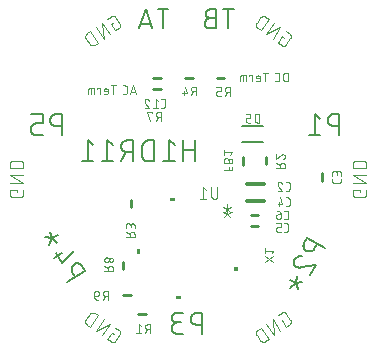
<source format=gbr>
G04 EAGLE Gerber RS-274X export*
G75*
%MOMM*%
%FSLAX34Y34*%
%LPD*%
%INSilkscreen Bottom*%
%IPPOS*%
%AMOC8*
5,1,8,0,0,1.08239X$1,22.5*%
G01*
%ADD10C,0.101600*%
%ADD11C,0.152400*%
%ADD12C,0.076200*%
%ADD13C,0.254000*%
%ADD14C,0.050800*%
%ADD15C,0.304800*%
%ADD16C,0.150000*%

G36*
X-10596Y132082D02*
X-10596Y132082D01*
X-10594Y132081D01*
X-10551Y132101D01*
X-10507Y132119D01*
X-10507Y132121D01*
X-10505Y132122D01*
X-10472Y132207D01*
X-10472Y134747D01*
X-10473Y134749D01*
X-10472Y134751D01*
X-10492Y134794D01*
X-10510Y134838D01*
X-10512Y134838D01*
X-10513Y134840D01*
X-10598Y134873D01*
X-14408Y134873D01*
X-14410Y134872D01*
X-14412Y134873D01*
X-14455Y134853D01*
X-14499Y134835D01*
X-14499Y134833D01*
X-14501Y134832D01*
X-14534Y134747D01*
X-14534Y132207D01*
X-14533Y132205D01*
X-14534Y132203D01*
X-14514Y132160D01*
X-14496Y132116D01*
X-14494Y132116D01*
X-14493Y132114D01*
X-14408Y132081D01*
X-10598Y132081D01*
X-10596Y132082D01*
G37*
G36*
X-40130Y87544D02*
X-40130Y87544D01*
X-40128Y87543D01*
X-40085Y87563D01*
X-40041Y87581D01*
X-40041Y87583D01*
X-40039Y87584D01*
X-40006Y87669D01*
X-40006Y91479D01*
X-40007Y91481D01*
X-40006Y91483D01*
X-40026Y91526D01*
X-40044Y91570D01*
X-40046Y91570D01*
X-40047Y91572D01*
X-40132Y91605D01*
X-42672Y91605D01*
X-42674Y91604D01*
X-42676Y91605D01*
X-42719Y91585D01*
X-42763Y91567D01*
X-42763Y91565D01*
X-42765Y91564D01*
X-42798Y91479D01*
X-42798Y87669D01*
X-42797Y87667D01*
X-42798Y87665D01*
X-42778Y87622D01*
X-42760Y87578D01*
X-42758Y87578D01*
X-42757Y87576D01*
X-42672Y87543D01*
X-40132Y87543D01*
X-40130Y87544D01*
G37*
G36*
X42674Y72541D02*
X42674Y72541D01*
X42676Y72540D01*
X42719Y72560D01*
X42763Y72578D01*
X42763Y72580D01*
X42765Y72581D01*
X42798Y72666D01*
X42798Y76476D01*
X42797Y76478D01*
X42798Y76480D01*
X42778Y76523D01*
X42760Y76567D01*
X42758Y76567D01*
X42757Y76569D01*
X42672Y76602D01*
X40132Y76602D01*
X40130Y76601D01*
X40128Y76602D01*
X40085Y76582D01*
X40041Y76564D01*
X40041Y76562D01*
X40039Y76561D01*
X40006Y76476D01*
X40006Y72666D01*
X40007Y72664D01*
X40006Y72662D01*
X40026Y72619D01*
X40044Y72575D01*
X40046Y72575D01*
X40047Y72573D01*
X40132Y72540D01*
X42672Y72540D01*
X42674Y72541D01*
G37*
G36*
X-5595Y49278D02*
X-5595Y49278D01*
X-5593Y49277D01*
X-5550Y49297D01*
X-5506Y49315D01*
X-5506Y49317D01*
X-5504Y49318D01*
X-5471Y49403D01*
X-5471Y51943D01*
X-5472Y51945D01*
X-5471Y51947D01*
X-5491Y51990D01*
X-5509Y52034D01*
X-5511Y52034D01*
X-5512Y52036D01*
X-5597Y52069D01*
X-9407Y52069D01*
X-9409Y52068D01*
X-9411Y52069D01*
X-9454Y52049D01*
X-9498Y52031D01*
X-9498Y52029D01*
X-9500Y52028D01*
X-9533Y51943D01*
X-9533Y49403D01*
X-9532Y49401D01*
X-9533Y49399D01*
X-9513Y49356D01*
X-9495Y49312D01*
X-9493Y49312D01*
X-9492Y49310D01*
X-9407Y49277D01*
X-5597Y49277D01*
X-5595Y49278D01*
G37*
D10*
X82321Y270508D02*
X80726Y271625D01*
X77003Y266308D01*
X80193Y264074D01*
X80276Y264019D01*
X80360Y263967D01*
X80447Y263918D01*
X80535Y263872D01*
X80625Y263830D01*
X80717Y263791D01*
X80810Y263756D01*
X80904Y263724D01*
X80999Y263696D01*
X81096Y263672D01*
X81193Y263651D01*
X81291Y263635D01*
X81390Y263621D01*
X81489Y263612D01*
X81588Y263607D01*
X81688Y263605D01*
X81787Y263607D01*
X81886Y263613D01*
X81985Y263623D01*
X82084Y263636D01*
X82182Y263654D01*
X82279Y263675D01*
X82375Y263699D01*
X82471Y263728D01*
X82565Y263760D01*
X82658Y263795D01*
X82749Y263834D01*
X82839Y263877D01*
X82927Y263923D01*
X83013Y263972D01*
X83098Y264025D01*
X83180Y264081D01*
X83260Y264140D01*
X83338Y264202D01*
X83413Y264267D01*
X83486Y264334D01*
X83556Y264405D01*
X83624Y264478D01*
X83688Y264554D01*
X83750Y264632D01*
X83809Y264712D01*
X87532Y270029D01*
X87587Y270112D01*
X87639Y270196D01*
X87688Y270283D01*
X87734Y270371D01*
X87776Y270461D01*
X87815Y270553D01*
X87850Y270646D01*
X87882Y270740D01*
X87910Y270835D01*
X87934Y270932D01*
X87955Y271029D01*
X87971Y271127D01*
X87985Y271226D01*
X87994Y271325D01*
X87999Y271424D01*
X88001Y271524D01*
X87999Y271623D01*
X87993Y271722D01*
X87983Y271821D01*
X87970Y271920D01*
X87952Y272018D01*
X87931Y272115D01*
X87907Y272211D01*
X87878Y272307D01*
X87846Y272401D01*
X87811Y272494D01*
X87772Y272585D01*
X87729Y272675D01*
X87683Y272763D01*
X87634Y272849D01*
X87581Y272934D01*
X87525Y273016D01*
X87466Y273096D01*
X87404Y273174D01*
X87339Y273249D01*
X87272Y273322D01*
X87201Y273392D01*
X87128Y273460D01*
X87052Y273524D01*
X86974Y273586D01*
X86894Y273645D01*
X86895Y273645D02*
X83704Y275879D01*
X79035Y279149D02*
X72333Y269578D01*
X67016Y273301D02*
X79035Y279149D01*
X73717Y282872D02*
X67016Y273301D01*
X62346Y276571D02*
X69047Y286142D01*
X66389Y288003D01*
X66389Y288004D02*
X66295Y288067D01*
X66199Y288127D01*
X66101Y288184D01*
X66001Y288237D01*
X65899Y288287D01*
X65795Y288333D01*
X65690Y288375D01*
X65584Y288414D01*
X65476Y288449D01*
X65367Y288480D01*
X65257Y288508D01*
X65146Y288531D01*
X65035Y288551D01*
X64923Y288567D01*
X64810Y288579D01*
X64697Y288587D01*
X64584Y288591D01*
X64470Y288591D01*
X64357Y288587D01*
X64244Y288579D01*
X64131Y288567D01*
X64019Y288551D01*
X63908Y288531D01*
X63797Y288508D01*
X63687Y288480D01*
X63578Y288449D01*
X63470Y288414D01*
X63364Y288375D01*
X63259Y288333D01*
X63155Y288287D01*
X63053Y288237D01*
X62953Y288184D01*
X62855Y288127D01*
X62759Y288067D01*
X62665Y288004D01*
X62574Y287937D01*
X62484Y287868D01*
X62397Y287795D01*
X62313Y287719D01*
X62232Y287640D01*
X62153Y287559D01*
X62077Y287475D01*
X62004Y287388D01*
X61935Y287299D01*
X61868Y287207D01*
X61869Y287206D02*
X58890Y282953D01*
X58827Y282859D01*
X58767Y282763D01*
X58710Y282665D01*
X58657Y282565D01*
X58607Y282463D01*
X58561Y282359D01*
X58519Y282254D01*
X58480Y282148D01*
X58445Y282040D01*
X58414Y281931D01*
X58386Y281821D01*
X58363Y281710D01*
X58343Y281599D01*
X58327Y281487D01*
X58315Y281374D01*
X58307Y281261D01*
X58303Y281148D01*
X58303Y281034D01*
X58307Y280921D01*
X58315Y280808D01*
X58327Y280695D01*
X58343Y280583D01*
X58363Y280472D01*
X58386Y280361D01*
X58414Y280251D01*
X58445Y280142D01*
X58480Y280034D01*
X58519Y279928D01*
X58561Y279823D01*
X58607Y279719D01*
X58657Y279617D01*
X58710Y279517D01*
X58767Y279419D01*
X58827Y279323D01*
X58890Y279229D01*
X58957Y279137D01*
X59026Y279048D01*
X59099Y278961D01*
X59175Y278877D01*
X59254Y278796D01*
X59335Y278717D01*
X59419Y278641D01*
X59506Y278568D01*
X59596Y278499D01*
X59687Y278432D01*
X62346Y276571D01*
X146699Y141866D02*
X146699Y139919D01*
X146699Y141866D02*
X140208Y141866D01*
X140208Y137971D01*
X140210Y137872D01*
X140216Y137772D01*
X140225Y137673D01*
X140238Y137575D01*
X140255Y137477D01*
X140276Y137379D01*
X140301Y137283D01*
X140329Y137188D01*
X140361Y137094D01*
X140396Y137001D01*
X140435Y136909D01*
X140478Y136819D01*
X140523Y136731D01*
X140573Y136644D01*
X140625Y136560D01*
X140681Y136477D01*
X140739Y136397D01*
X140801Y136319D01*
X140866Y136244D01*
X140934Y136171D01*
X141004Y136101D01*
X141077Y136033D01*
X141152Y135968D01*
X141230Y135906D01*
X141310Y135848D01*
X141393Y135792D01*
X141477Y135740D01*
X141564Y135690D01*
X141652Y135645D01*
X141742Y135602D01*
X141834Y135563D01*
X141927Y135528D01*
X142021Y135496D01*
X142116Y135468D01*
X142212Y135443D01*
X142310Y135422D01*
X142408Y135405D01*
X142506Y135392D01*
X142605Y135383D01*
X142705Y135377D01*
X142804Y135375D01*
X149296Y135375D01*
X149395Y135377D01*
X149495Y135383D01*
X149594Y135392D01*
X149692Y135405D01*
X149790Y135422D01*
X149888Y135443D01*
X149984Y135468D01*
X150079Y135496D01*
X150173Y135528D01*
X150266Y135563D01*
X150358Y135602D01*
X150448Y135645D01*
X150536Y135690D01*
X150623Y135740D01*
X150707Y135792D01*
X150790Y135848D01*
X150870Y135906D01*
X150948Y135968D01*
X151023Y136033D01*
X151096Y136101D01*
X151166Y136171D01*
X151234Y136244D01*
X151299Y136319D01*
X151361Y136397D01*
X151419Y136477D01*
X151475Y136560D01*
X151527Y136644D01*
X151577Y136731D01*
X151622Y136819D01*
X151665Y136909D01*
X151704Y137001D01*
X151739Y137093D01*
X151771Y137188D01*
X151799Y137283D01*
X151824Y137379D01*
X151845Y137477D01*
X151862Y137575D01*
X151875Y137673D01*
X151884Y137772D01*
X151890Y137872D01*
X151892Y137971D01*
X151892Y141866D01*
X151892Y147567D02*
X140208Y147567D01*
X140208Y154058D02*
X151892Y147567D01*
X151892Y154058D02*
X140208Y154058D01*
X140208Y159759D02*
X151892Y159759D01*
X151892Y163004D01*
X151890Y163117D01*
X151884Y163230D01*
X151874Y163343D01*
X151860Y163456D01*
X151843Y163568D01*
X151821Y163679D01*
X151796Y163789D01*
X151766Y163899D01*
X151733Y164007D01*
X151696Y164114D01*
X151656Y164220D01*
X151611Y164324D01*
X151563Y164427D01*
X151512Y164528D01*
X151457Y164627D01*
X151399Y164724D01*
X151337Y164819D01*
X151272Y164912D01*
X151204Y165002D01*
X151133Y165090D01*
X151058Y165176D01*
X150981Y165259D01*
X150901Y165339D01*
X150818Y165416D01*
X150732Y165491D01*
X150644Y165562D01*
X150554Y165630D01*
X150461Y165695D01*
X150366Y165757D01*
X150269Y165815D01*
X150170Y165870D01*
X150069Y165921D01*
X149966Y165969D01*
X149862Y166014D01*
X149756Y166054D01*
X149649Y166091D01*
X149541Y166124D01*
X149431Y166154D01*
X149321Y166179D01*
X149210Y166201D01*
X149098Y166218D01*
X148985Y166232D01*
X148872Y166242D01*
X148759Y166248D01*
X148646Y166250D01*
X143454Y166250D01*
X143341Y166248D01*
X143228Y166242D01*
X143115Y166232D01*
X143002Y166218D01*
X142890Y166201D01*
X142779Y166179D01*
X142669Y166154D01*
X142559Y166124D01*
X142451Y166091D01*
X142344Y166054D01*
X142238Y166014D01*
X142134Y165969D01*
X142031Y165921D01*
X141930Y165870D01*
X141831Y165815D01*
X141734Y165757D01*
X141639Y165695D01*
X141546Y165630D01*
X141456Y165562D01*
X141368Y165491D01*
X141282Y165416D01*
X141199Y165339D01*
X141119Y165259D01*
X141042Y165176D01*
X140967Y165090D01*
X140896Y165002D01*
X140828Y164912D01*
X140763Y164819D01*
X140701Y164724D01*
X140643Y164627D01*
X140588Y164528D01*
X140537Y164427D01*
X140489Y164324D01*
X140444Y164220D01*
X140404Y164114D01*
X140367Y164007D01*
X140334Y163899D01*
X140304Y163789D01*
X140279Y163679D01*
X140257Y163568D01*
X140240Y163456D01*
X140226Y163343D01*
X140216Y163230D01*
X140210Y163117D01*
X140208Y163004D01*
X140208Y159759D01*
X81576Y32180D02*
X79981Y31063D01*
X83704Y25746D01*
X86895Y27980D01*
X86894Y27980D02*
X86974Y28039D01*
X87052Y28101D01*
X87128Y28165D01*
X87201Y28233D01*
X87272Y28303D01*
X87339Y28376D01*
X87404Y28451D01*
X87466Y28529D01*
X87525Y28609D01*
X87581Y28691D01*
X87634Y28776D01*
X87683Y28862D01*
X87729Y28950D01*
X87772Y29040D01*
X87811Y29131D01*
X87846Y29224D01*
X87878Y29318D01*
X87907Y29414D01*
X87931Y29510D01*
X87952Y29607D01*
X87970Y29705D01*
X87983Y29804D01*
X87993Y29903D01*
X87999Y30002D01*
X88001Y30101D01*
X87999Y30201D01*
X87994Y30300D01*
X87984Y30399D01*
X87971Y30498D01*
X87955Y30596D01*
X87934Y30693D01*
X87910Y30790D01*
X87882Y30885D01*
X87850Y30979D01*
X87815Y31072D01*
X87776Y31164D01*
X87734Y31254D01*
X87688Y31342D01*
X87639Y31429D01*
X87587Y31513D01*
X87532Y31596D01*
X83809Y36913D01*
X83750Y36993D01*
X83688Y37071D01*
X83624Y37147D01*
X83556Y37220D01*
X83486Y37291D01*
X83413Y37358D01*
X83338Y37423D01*
X83260Y37485D01*
X83180Y37544D01*
X83098Y37600D01*
X83013Y37653D01*
X82927Y37702D01*
X82839Y37748D01*
X82749Y37791D01*
X82658Y37830D01*
X82565Y37865D01*
X82471Y37897D01*
X82375Y37926D01*
X82279Y37950D01*
X82182Y37971D01*
X82084Y37989D01*
X81985Y38002D01*
X81886Y38012D01*
X81787Y38018D01*
X81688Y38020D01*
X81588Y38018D01*
X81489Y38013D01*
X81390Y38004D01*
X81291Y37990D01*
X81193Y37974D01*
X81096Y37953D01*
X80999Y37929D01*
X80904Y37901D01*
X80810Y37869D01*
X80717Y37834D01*
X80625Y37795D01*
X80535Y37753D01*
X80447Y37707D01*
X80360Y37658D01*
X80276Y37606D01*
X80193Y37551D01*
X77003Y35317D01*
X72333Y32047D02*
X79034Y22476D01*
X73717Y18753D02*
X72333Y32047D01*
X67016Y28324D02*
X73717Y18753D01*
X69047Y15483D02*
X62346Y25054D01*
X59687Y23192D01*
X59687Y23193D02*
X59596Y23126D01*
X59506Y23057D01*
X59419Y22984D01*
X59335Y22908D01*
X59254Y22829D01*
X59175Y22748D01*
X59099Y22664D01*
X59026Y22577D01*
X58957Y22488D01*
X58890Y22396D01*
X58827Y22302D01*
X58767Y22206D01*
X58710Y22108D01*
X58657Y22008D01*
X58607Y21906D01*
X58561Y21802D01*
X58519Y21697D01*
X58480Y21591D01*
X58445Y21483D01*
X58414Y21374D01*
X58386Y21264D01*
X58363Y21153D01*
X58343Y21042D01*
X58327Y20930D01*
X58315Y20817D01*
X58307Y20704D01*
X58303Y20591D01*
X58303Y20477D01*
X58307Y20364D01*
X58315Y20251D01*
X58327Y20138D01*
X58343Y20026D01*
X58363Y19915D01*
X58386Y19804D01*
X58414Y19694D01*
X58445Y19585D01*
X58480Y19477D01*
X58519Y19371D01*
X58561Y19266D01*
X58607Y19162D01*
X58657Y19060D01*
X58710Y18960D01*
X58767Y18862D01*
X58827Y18766D01*
X58890Y18672D01*
X61869Y14418D01*
X61868Y14418D02*
X61935Y14327D01*
X62004Y14237D01*
X62077Y14150D01*
X62153Y14066D01*
X62232Y13985D01*
X62313Y13906D01*
X62397Y13830D01*
X62484Y13757D01*
X62574Y13688D01*
X62665Y13621D01*
X62759Y13558D01*
X62855Y13498D01*
X62953Y13441D01*
X63053Y13388D01*
X63155Y13338D01*
X63259Y13292D01*
X63364Y13250D01*
X63470Y13211D01*
X63578Y13176D01*
X63687Y13145D01*
X63797Y13117D01*
X63908Y13094D01*
X64019Y13074D01*
X64131Y13058D01*
X64244Y13046D01*
X64357Y13038D01*
X64470Y13034D01*
X64584Y13034D01*
X64697Y13038D01*
X64810Y13046D01*
X64923Y13058D01*
X65035Y13074D01*
X65146Y13094D01*
X65257Y13117D01*
X65367Y13145D01*
X65476Y13176D01*
X65584Y13211D01*
X65690Y13250D01*
X65795Y13292D01*
X65899Y13338D01*
X66001Y13388D01*
X66101Y13441D01*
X66199Y13498D01*
X66295Y13558D01*
X66389Y13621D01*
X69047Y15483D01*
X-62142Y19683D02*
X-63737Y20800D01*
X-67460Y15483D01*
X-64270Y13249D01*
X-64269Y13249D02*
X-64186Y13194D01*
X-64102Y13142D01*
X-64015Y13093D01*
X-63927Y13047D01*
X-63837Y13005D01*
X-63745Y12966D01*
X-63652Y12931D01*
X-63558Y12899D01*
X-63463Y12871D01*
X-63366Y12847D01*
X-63269Y12826D01*
X-63171Y12810D01*
X-63072Y12797D01*
X-62973Y12787D01*
X-62874Y12782D01*
X-62774Y12780D01*
X-62675Y12782D01*
X-62576Y12788D01*
X-62477Y12798D01*
X-62378Y12811D01*
X-62280Y12829D01*
X-62183Y12850D01*
X-62087Y12874D01*
X-61991Y12903D01*
X-61897Y12935D01*
X-61804Y12970D01*
X-61713Y13009D01*
X-61623Y13052D01*
X-61535Y13098D01*
X-61449Y13147D01*
X-61364Y13200D01*
X-61282Y13256D01*
X-61202Y13315D01*
X-61124Y13377D01*
X-61049Y13442D01*
X-60976Y13509D01*
X-60906Y13580D01*
X-60838Y13653D01*
X-60774Y13729D01*
X-60712Y13807D01*
X-60653Y13887D01*
X-56930Y19204D01*
X-56875Y19287D01*
X-56823Y19371D01*
X-56774Y19458D01*
X-56728Y19546D01*
X-56686Y19636D01*
X-56647Y19728D01*
X-56612Y19821D01*
X-56580Y19915D01*
X-56552Y20010D01*
X-56528Y20107D01*
X-56507Y20204D01*
X-56491Y20302D01*
X-56478Y20401D01*
X-56468Y20500D01*
X-56463Y20599D01*
X-56461Y20699D01*
X-56463Y20798D01*
X-56469Y20897D01*
X-56479Y20996D01*
X-56492Y21095D01*
X-56510Y21193D01*
X-56531Y21290D01*
X-56555Y21386D01*
X-56584Y21482D01*
X-56616Y21576D01*
X-56651Y21669D01*
X-56690Y21760D01*
X-56733Y21850D01*
X-56779Y21938D01*
X-56828Y22024D01*
X-56881Y22109D01*
X-56937Y22191D01*
X-56996Y22271D01*
X-57058Y22349D01*
X-57123Y22424D01*
X-57190Y22497D01*
X-57261Y22567D01*
X-57334Y22635D01*
X-57410Y22699D01*
X-57488Y22761D01*
X-57568Y22820D01*
X-60758Y25054D01*
X-65428Y28324D02*
X-72130Y18753D01*
X-77447Y22476D02*
X-65428Y28324D01*
X-70745Y32047D02*
X-77447Y22476D01*
X-82117Y25746D02*
X-75415Y35317D01*
X-78074Y37178D01*
X-78074Y37179D02*
X-78168Y37242D01*
X-78264Y37302D01*
X-78362Y37359D01*
X-78462Y37412D01*
X-78564Y37462D01*
X-78668Y37508D01*
X-78773Y37550D01*
X-78879Y37589D01*
X-78987Y37624D01*
X-79096Y37655D01*
X-79206Y37683D01*
X-79317Y37706D01*
X-79428Y37726D01*
X-79540Y37742D01*
X-79653Y37754D01*
X-79766Y37762D01*
X-79879Y37766D01*
X-79993Y37766D01*
X-80106Y37762D01*
X-80219Y37754D01*
X-80332Y37742D01*
X-80444Y37726D01*
X-80555Y37706D01*
X-80666Y37683D01*
X-80776Y37655D01*
X-80885Y37624D01*
X-80993Y37589D01*
X-81099Y37550D01*
X-81204Y37508D01*
X-81308Y37462D01*
X-81410Y37412D01*
X-81510Y37359D01*
X-81608Y37302D01*
X-81704Y37242D01*
X-81798Y37179D01*
X-81889Y37112D01*
X-81979Y37043D01*
X-82066Y36970D01*
X-82150Y36894D01*
X-82231Y36815D01*
X-82310Y36734D01*
X-82386Y36650D01*
X-82459Y36563D01*
X-82528Y36474D01*
X-82595Y36382D01*
X-82594Y36381D02*
X-85573Y32128D01*
X-85636Y32034D01*
X-85696Y31938D01*
X-85753Y31840D01*
X-85806Y31740D01*
X-85856Y31638D01*
X-85902Y31534D01*
X-85944Y31429D01*
X-85983Y31323D01*
X-86018Y31215D01*
X-86049Y31106D01*
X-86077Y30996D01*
X-86100Y30885D01*
X-86120Y30774D01*
X-86136Y30662D01*
X-86148Y30549D01*
X-86156Y30436D01*
X-86160Y30323D01*
X-86160Y30209D01*
X-86156Y30096D01*
X-86148Y29983D01*
X-86136Y29870D01*
X-86120Y29758D01*
X-86100Y29647D01*
X-86077Y29536D01*
X-86049Y29426D01*
X-86018Y29317D01*
X-85983Y29209D01*
X-85944Y29103D01*
X-85902Y28998D01*
X-85856Y28894D01*
X-85806Y28792D01*
X-85753Y28692D01*
X-85696Y28594D01*
X-85636Y28498D01*
X-85573Y28404D01*
X-85506Y28312D01*
X-85437Y28223D01*
X-85364Y28136D01*
X-85288Y28052D01*
X-85209Y27971D01*
X-85128Y27892D01*
X-85044Y27816D01*
X-84957Y27743D01*
X-84867Y27674D01*
X-84776Y27607D01*
X-82117Y25746D01*
X-143813Y139919D02*
X-143813Y141866D01*
X-150305Y141866D01*
X-150305Y137971D01*
X-150304Y137971D02*
X-150302Y137872D01*
X-150296Y137772D01*
X-150287Y137673D01*
X-150274Y137575D01*
X-150257Y137477D01*
X-150236Y137379D01*
X-150211Y137283D01*
X-150183Y137188D01*
X-150151Y137094D01*
X-150116Y137001D01*
X-150077Y136909D01*
X-150034Y136819D01*
X-149989Y136731D01*
X-149939Y136644D01*
X-149887Y136560D01*
X-149831Y136477D01*
X-149773Y136397D01*
X-149711Y136319D01*
X-149646Y136244D01*
X-149578Y136171D01*
X-149508Y136101D01*
X-149435Y136033D01*
X-149360Y135968D01*
X-149282Y135906D01*
X-149202Y135848D01*
X-149119Y135792D01*
X-149035Y135740D01*
X-148948Y135690D01*
X-148860Y135645D01*
X-148770Y135602D01*
X-148678Y135563D01*
X-148585Y135528D01*
X-148491Y135496D01*
X-148396Y135468D01*
X-148300Y135443D01*
X-148202Y135422D01*
X-148104Y135405D01*
X-148006Y135392D01*
X-147907Y135383D01*
X-147807Y135377D01*
X-147708Y135375D01*
X-141217Y135375D01*
X-141118Y135377D01*
X-141018Y135383D01*
X-140919Y135392D01*
X-140821Y135405D01*
X-140723Y135423D01*
X-140625Y135443D01*
X-140529Y135468D01*
X-140433Y135496D01*
X-140339Y135528D01*
X-140246Y135563D01*
X-140155Y135602D01*
X-140065Y135645D01*
X-139976Y135690D01*
X-139890Y135740D01*
X-139805Y135792D01*
X-139723Y135848D01*
X-139643Y135907D01*
X-139565Y135968D01*
X-139489Y136033D01*
X-139416Y136101D01*
X-139346Y136171D01*
X-139278Y136244D01*
X-139213Y136320D01*
X-139152Y136398D01*
X-139093Y136478D01*
X-139037Y136560D01*
X-138985Y136645D01*
X-138936Y136731D01*
X-138890Y136820D01*
X-138847Y136910D01*
X-138808Y137001D01*
X-138773Y137094D01*
X-138741Y137188D01*
X-138713Y137284D01*
X-138688Y137380D01*
X-138668Y137478D01*
X-138650Y137576D01*
X-138637Y137674D01*
X-138628Y137773D01*
X-138622Y137872D01*
X-138620Y137972D01*
X-138621Y137971D02*
X-138621Y141866D01*
X-138621Y147567D02*
X-150305Y147567D01*
X-150305Y154058D02*
X-138621Y147567D01*
X-138621Y154058D02*
X-150305Y154058D01*
X-150305Y159759D02*
X-138621Y159759D01*
X-138621Y163004D01*
X-138620Y163004D02*
X-138622Y163117D01*
X-138628Y163230D01*
X-138638Y163343D01*
X-138652Y163456D01*
X-138669Y163568D01*
X-138691Y163679D01*
X-138716Y163789D01*
X-138746Y163899D01*
X-138779Y164007D01*
X-138816Y164114D01*
X-138856Y164220D01*
X-138901Y164324D01*
X-138949Y164427D01*
X-139000Y164528D01*
X-139055Y164627D01*
X-139113Y164724D01*
X-139175Y164819D01*
X-139240Y164912D01*
X-139308Y165002D01*
X-139379Y165090D01*
X-139454Y165176D01*
X-139531Y165259D01*
X-139611Y165339D01*
X-139694Y165416D01*
X-139780Y165491D01*
X-139868Y165562D01*
X-139958Y165630D01*
X-140051Y165695D01*
X-140146Y165757D01*
X-140243Y165815D01*
X-140342Y165870D01*
X-140443Y165921D01*
X-140546Y165969D01*
X-140650Y166014D01*
X-140756Y166054D01*
X-140863Y166091D01*
X-140971Y166124D01*
X-141081Y166154D01*
X-141191Y166179D01*
X-141302Y166201D01*
X-141414Y166218D01*
X-141527Y166232D01*
X-141640Y166242D01*
X-141753Y166248D01*
X-141866Y166250D01*
X-147059Y166250D01*
X-147059Y166251D02*
X-147172Y166249D01*
X-147285Y166243D01*
X-147398Y166233D01*
X-147511Y166219D01*
X-147623Y166202D01*
X-147734Y166180D01*
X-147844Y166155D01*
X-147954Y166125D01*
X-148062Y166092D01*
X-148169Y166055D01*
X-148275Y166015D01*
X-148379Y165970D01*
X-148482Y165922D01*
X-148583Y165871D01*
X-148682Y165816D01*
X-148779Y165758D01*
X-148874Y165696D01*
X-148967Y165631D01*
X-149057Y165563D01*
X-149145Y165492D01*
X-149231Y165417D01*
X-149314Y165340D01*
X-149394Y165260D01*
X-149471Y165177D01*
X-149546Y165091D01*
X-149617Y165003D01*
X-149685Y164913D01*
X-149750Y164820D01*
X-149812Y164725D01*
X-149870Y164628D01*
X-149925Y164529D01*
X-149976Y164428D01*
X-150024Y164325D01*
X-150069Y164221D01*
X-150109Y164115D01*
X-150146Y164008D01*
X-150179Y163900D01*
X-150209Y163790D01*
X-150234Y163680D01*
X-150256Y163569D01*
X-150273Y163457D01*
X-150287Y163344D01*
X-150297Y163231D01*
X-150303Y163118D01*
X-150305Y163005D01*
X-150305Y163004D02*
X-150305Y159759D01*
X-64481Y281888D02*
X-62886Y283005D01*
X-64481Y281888D02*
X-60758Y276571D01*
X-57568Y278805D01*
X-57488Y278864D01*
X-57410Y278926D01*
X-57334Y278990D01*
X-57261Y279058D01*
X-57190Y279128D01*
X-57123Y279201D01*
X-57058Y279276D01*
X-56996Y279354D01*
X-56937Y279434D01*
X-56881Y279516D01*
X-56828Y279601D01*
X-56779Y279687D01*
X-56733Y279775D01*
X-56690Y279865D01*
X-56651Y279956D01*
X-56616Y280049D01*
X-56584Y280143D01*
X-56555Y280239D01*
X-56531Y280335D01*
X-56510Y280432D01*
X-56492Y280530D01*
X-56479Y280629D01*
X-56469Y280728D01*
X-56463Y280827D01*
X-56461Y280926D01*
X-56463Y281026D01*
X-56468Y281125D01*
X-56478Y281224D01*
X-56491Y281323D01*
X-56507Y281421D01*
X-56528Y281518D01*
X-56552Y281615D01*
X-56580Y281710D01*
X-56612Y281804D01*
X-56647Y281897D01*
X-56686Y281989D01*
X-56728Y282079D01*
X-56774Y282167D01*
X-56823Y282254D01*
X-56875Y282338D01*
X-56930Y282421D01*
X-60654Y287738D01*
X-60653Y287738D02*
X-60712Y287818D01*
X-60774Y287896D01*
X-60838Y287972D01*
X-60906Y288045D01*
X-60976Y288116D01*
X-61049Y288183D01*
X-61124Y288248D01*
X-61202Y288310D01*
X-61282Y288369D01*
X-61364Y288425D01*
X-61449Y288478D01*
X-61535Y288527D01*
X-61623Y288573D01*
X-61713Y288616D01*
X-61804Y288655D01*
X-61897Y288690D01*
X-61991Y288722D01*
X-62087Y288751D01*
X-62183Y288775D01*
X-62280Y288796D01*
X-62378Y288814D01*
X-62477Y288827D01*
X-62576Y288837D01*
X-62675Y288843D01*
X-62774Y288845D01*
X-62874Y288843D01*
X-62973Y288838D01*
X-63072Y288828D01*
X-63171Y288815D01*
X-63269Y288799D01*
X-63366Y288778D01*
X-63463Y288754D01*
X-63558Y288726D01*
X-63652Y288694D01*
X-63745Y288659D01*
X-63837Y288620D01*
X-63927Y288578D01*
X-64015Y288532D01*
X-64102Y288483D01*
X-64186Y288431D01*
X-64269Y288376D01*
X-64270Y288376D02*
X-67460Y286142D01*
X-72130Y282872D02*
X-65428Y273301D01*
X-70745Y269578D02*
X-72130Y282872D01*
X-77447Y279149D02*
X-70745Y269578D01*
X-75415Y266308D02*
X-82117Y275879D01*
X-84776Y274017D01*
X-84776Y274018D02*
X-84867Y273951D01*
X-84957Y273882D01*
X-85044Y273809D01*
X-85128Y273733D01*
X-85209Y273654D01*
X-85288Y273573D01*
X-85364Y273489D01*
X-85437Y273402D01*
X-85506Y273312D01*
X-85573Y273221D01*
X-85636Y273127D01*
X-85696Y273031D01*
X-85753Y272933D01*
X-85806Y272833D01*
X-85856Y272731D01*
X-85902Y272627D01*
X-85944Y272522D01*
X-85983Y272416D01*
X-86018Y272308D01*
X-86049Y272199D01*
X-86077Y272089D01*
X-86100Y271978D01*
X-86120Y271867D01*
X-86136Y271755D01*
X-86148Y271642D01*
X-86156Y271529D01*
X-86160Y271416D01*
X-86160Y271302D01*
X-86156Y271189D01*
X-86148Y271076D01*
X-86136Y270963D01*
X-86120Y270851D01*
X-86100Y270740D01*
X-86077Y270629D01*
X-86049Y270519D01*
X-86018Y270410D01*
X-85983Y270302D01*
X-85944Y270196D01*
X-85902Y270091D01*
X-85856Y269987D01*
X-85806Y269885D01*
X-85753Y269785D01*
X-85696Y269687D01*
X-85636Y269591D01*
X-85573Y269497D01*
X-82594Y265243D01*
X-82595Y265243D02*
X-82528Y265152D01*
X-82459Y265062D01*
X-82386Y264975D01*
X-82310Y264891D01*
X-82231Y264810D01*
X-82150Y264731D01*
X-82066Y264655D01*
X-81979Y264582D01*
X-81889Y264513D01*
X-81798Y264446D01*
X-81704Y264383D01*
X-81608Y264323D01*
X-81510Y264266D01*
X-81410Y264213D01*
X-81308Y264163D01*
X-81204Y264117D01*
X-81099Y264075D01*
X-80993Y264036D01*
X-80885Y264001D01*
X-80776Y263970D01*
X-80666Y263942D01*
X-80555Y263919D01*
X-80444Y263899D01*
X-80332Y263883D01*
X-80219Y263871D01*
X-80106Y263863D01*
X-79993Y263859D01*
X-79879Y263859D01*
X-79766Y263863D01*
X-79653Y263871D01*
X-79540Y263883D01*
X-79428Y263899D01*
X-79317Y263919D01*
X-79206Y263942D01*
X-79096Y263970D01*
X-78987Y264001D01*
X-78879Y264036D01*
X-78773Y264075D01*
X-78668Y264117D01*
X-78564Y264163D01*
X-78462Y264213D01*
X-78362Y264266D01*
X-78264Y264323D01*
X-78168Y264383D01*
X-78074Y264446D01*
X-75415Y266308D01*
D11*
X128824Y205740D02*
X128824Y187960D01*
X128824Y205740D02*
X123885Y205740D01*
X123745Y205738D01*
X123606Y205732D01*
X123466Y205722D01*
X123327Y205708D01*
X123188Y205691D01*
X123050Y205669D01*
X122913Y205643D01*
X122776Y205614D01*
X122640Y205581D01*
X122506Y205544D01*
X122372Y205503D01*
X122240Y205458D01*
X122108Y205409D01*
X121979Y205357D01*
X121851Y205302D01*
X121724Y205242D01*
X121599Y205179D01*
X121476Y205113D01*
X121355Y205043D01*
X121236Y204970D01*
X121119Y204893D01*
X121005Y204813D01*
X120892Y204730D01*
X120782Y204644D01*
X120675Y204554D01*
X120570Y204462D01*
X120468Y204367D01*
X120368Y204269D01*
X120271Y204168D01*
X120177Y204064D01*
X120087Y203958D01*
X119999Y203849D01*
X119914Y203738D01*
X119833Y203624D01*
X119754Y203509D01*
X119679Y203391D01*
X119608Y203271D01*
X119540Y203148D01*
X119475Y203025D01*
X119414Y202899D01*
X119356Y202771D01*
X119302Y202643D01*
X119252Y202512D01*
X119205Y202380D01*
X119162Y202247D01*
X119123Y202113D01*
X119088Y201978D01*
X119057Y201842D01*
X119029Y201704D01*
X119006Y201567D01*
X118986Y201428D01*
X118970Y201289D01*
X118958Y201150D01*
X118950Y201011D01*
X118946Y200871D01*
X118946Y200731D01*
X118950Y200591D01*
X118958Y200452D01*
X118970Y200313D01*
X118986Y200174D01*
X119006Y200035D01*
X119029Y199898D01*
X119057Y199760D01*
X119088Y199624D01*
X119123Y199489D01*
X119162Y199355D01*
X119205Y199222D01*
X119252Y199090D01*
X119302Y198959D01*
X119356Y198831D01*
X119414Y198703D01*
X119475Y198577D01*
X119540Y198454D01*
X119608Y198331D01*
X119679Y198211D01*
X119754Y198093D01*
X119833Y197978D01*
X119914Y197864D01*
X119999Y197753D01*
X120087Y197644D01*
X120177Y197538D01*
X120271Y197434D01*
X120368Y197333D01*
X120468Y197235D01*
X120570Y197140D01*
X120675Y197048D01*
X120782Y196958D01*
X120892Y196872D01*
X121005Y196789D01*
X121119Y196709D01*
X121236Y196632D01*
X121355Y196559D01*
X121476Y196489D01*
X121599Y196423D01*
X121724Y196360D01*
X121851Y196300D01*
X121979Y196245D01*
X122108Y196193D01*
X122240Y196144D01*
X122372Y196099D01*
X122506Y196058D01*
X122640Y196021D01*
X122776Y195988D01*
X122913Y195959D01*
X123050Y195933D01*
X123188Y195911D01*
X123327Y195894D01*
X123466Y195880D01*
X123606Y195870D01*
X123745Y195864D01*
X123885Y195862D01*
X128824Y195862D01*
X112829Y201789D02*
X107890Y205740D01*
X107890Y187960D01*
X112829Y187960D02*
X102951Y187960D01*
X101645Y101144D02*
X117043Y92254D01*
X101645Y101144D02*
X99176Y96867D01*
X99176Y96868D02*
X99108Y96745D01*
X99043Y96622D01*
X98982Y96496D01*
X98924Y96368D01*
X98870Y96240D01*
X98820Y96109D01*
X98773Y95977D01*
X98730Y95844D01*
X98691Y95710D01*
X98656Y95575D01*
X98625Y95439D01*
X98597Y95301D01*
X98574Y95164D01*
X98554Y95025D01*
X98538Y94886D01*
X98526Y94747D01*
X98518Y94608D01*
X98514Y94468D01*
X98514Y94328D01*
X98518Y94188D01*
X98526Y94049D01*
X98538Y93910D01*
X98554Y93771D01*
X98574Y93632D01*
X98597Y93495D01*
X98625Y93357D01*
X98656Y93221D01*
X98691Y93086D01*
X98730Y92952D01*
X98773Y92819D01*
X98820Y92687D01*
X98870Y92556D01*
X98924Y92428D01*
X98982Y92300D01*
X99043Y92174D01*
X99108Y92051D01*
X99176Y91928D01*
X99247Y91808D01*
X99322Y91690D01*
X99401Y91575D01*
X99482Y91461D01*
X99567Y91350D01*
X99655Y91241D01*
X99745Y91135D01*
X99839Y91031D01*
X99936Y90930D01*
X100036Y90832D01*
X100138Y90737D01*
X100243Y90645D01*
X100350Y90555D01*
X100460Y90469D01*
X100573Y90386D01*
X100687Y90306D01*
X100804Y90229D01*
X100923Y90156D01*
X101044Y90086D01*
X101167Y90020D01*
X101292Y89957D01*
X101419Y89897D01*
X101547Y89842D01*
X101677Y89790D01*
X101808Y89741D01*
X101940Y89696D01*
X102074Y89655D01*
X102208Y89618D01*
X102344Y89585D01*
X102481Y89556D01*
X102618Y89530D01*
X102756Y89508D01*
X102895Y89491D01*
X103034Y89477D01*
X103174Y89467D01*
X103313Y89461D01*
X103453Y89459D01*
X103593Y89461D01*
X103732Y89467D01*
X103872Y89477D01*
X104011Y89491D01*
X104150Y89508D01*
X104288Y89530D01*
X104425Y89556D01*
X104562Y89585D01*
X104698Y89618D01*
X104832Y89656D01*
X104966Y89696D01*
X105098Y89741D01*
X105230Y89790D01*
X105359Y89842D01*
X105487Y89897D01*
X105614Y89957D01*
X105739Y90020D01*
X105862Y90086D01*
X105983Y90156D01*
X106102Y90229D01*
X106219Y90306D01*
X106333Y90386D01*
X106446Y90469D01*
X106556Y90555D01*
X106663Y90645D01*
X106768Y90737D01*
X106870Y90832D01*
X106970Y90930D01*
X107067Y91031D01*
X107161Y91135D01*
X107251Y91241D01*
X107339Y91350D01*
X107424Y91461D01*
X107505Y91575D01*
X107584Y91690D01*
X107659Y91808D01*
X107730Y91929D01*
X107730Y91928D02*
X110199Y96206D01*
X90932Y82588D02*
X90867Y82472D01*
X90807Y82356D01*
X90749Y82237D01*
X90696Y82117D01*
X90646Y81995D01*
X90599Y81872D01*
X90556Y81747D01*
X90517Y81621D01*
X90482Y81494D01*
X90450Y81366D01*
X90422Y81238D01*
X90399Y81108D01*
X90378Y80978D01*
X90362Y80847D01*
X90350Y80716D01*
X90341Y80585D01*
X90337Y80453D01*
X90336Y80321D01*
X90339Y80189D01*
X90347Y80058D01*
X90358Y79927D01*
X90373Y79796D01*
X90391Y79665D01*
X90414Y79536D01*
X90441Y79407D01*
X90471Y79278D01*
X90505Y79151D01*
X90543Y79025D01*
X90584Y78900D01*
X90630Y78776D01*
X90679Y78654D01*
X90731Y78533D01*
X90787Y78414D01*
X90847Y78296D01*
X90910Y78181D01*
X90976Y78067D01*
X91046Y77955D01*
X91119Y77846D01*
X91195Y77738D01*
X91275Y77633D01*
X91357Y77530D01*
X91443Y77430D01*
X91531Y77332D01*
X91622Y77237D01*
X91716Y77145D01*
X91813Y77056D01*
X91913Y76969D01*
X92015Y76886D01*
X92119Y76805D01*
X92225Y76728D01*
X92334Y76654D01*
X92445Y76583D01*
X92559Y76516D01*
X90931Y82588D02*
X91008Y82716D01*
X91088Y82843D01*
X91171Y82967D01*
X91257Y83089D01*
X91347Y83209D01*
X91439Y83327D01*
X91535Y83442D01*
X91634Y83554D01*
X91735Y83664D01*
X91840Y83771D01*
X91947Y83876D01*
X92057Y83977D01*
X92169Y84076D01*
X92284Y84171D01*
X92402Y84264D01*
X92522Y84353D01*
X92644Y84440D01*
X92768Y84523D01*
X92895Y84603D01*
X93024Y84679D01*
X93154Y84752D01*
X93287Y84822D01*
X93421Y84888D01*
X93557Y84950D01*
X93694Y85009D01*
X93833Y85065D01*
X93974Y85116D01*
X94115Y85164D01*
X94258Y85209D01*
X94402Y85249D01*
X94547Y85286D01*
X94693Y85319D01*
X94840Y85348D01*
X94987Y85373D01*
X95136Y85395D01*
X95284Y85412D01*
X95433Y85426D01*
X95582Y85435D01*
X95732Y85441D01*
X95882Y85443D01*
X96031Y85441D01*
X96181Y85435D01*
X96330Y85425D01*
X96479Y85411D01*
X96627Y85393D01*
X96776Y85372D01*
X96923Y85346D01*
X97070Y85317D01*
X96293Y76070D02*
X96164Y76034D01*
X96035Y76002D01*
X95905Y75973D01*
X95774Y75948D01*
X95642Y75927D01*
X95510Y75910D01*
X95377Y75896D01*
X95245Y75885D01*
X95111Y75879D01*
X94978Y75876D01*
X94845Y75877D01*
X94712Y75882D01*
X94579Y75890D01*
X94446Y75902D01*
X94313Y75918D01*
X94182Y75937D01*
X94050Y75961D01*
X93920Y75987D01*
X93790Y76018D01*
X93661Y76052D01*
X93533Y76090D01*
X93406Y76131D01*
X93281Y76175D01*
X93157Y76224D01*
X93034Y76275D01*
X92912Y76330D01*
X92792Y76389D01*
X92674Y76451D01*
X92558Y76516D01*
X96293Y76070D02*
X109045Y78402D01*
X104106Y69848D01*
X91933Y62593D02*
X86801Y65556D01*
X91933Y62593D02*
X94054Y57376D01*
X91933Y62593D02*
X97512Y63364D01*
X91933Y62593D02*
X87506Y58875D01*
X91933Y62593D02*
X92939Y68285D01*
X12936Y37465D02*
X12936Y19685D01*
X12936Y37465D02*
X7998Y37465D01*
X7858Y37463D01*
X7719Y37457D01*
X7579Y37447D01*
X7440Y37433D01*
X7301Y37416D01*
X7163Y37394D01*
X7026Y37368D01*
X6889Y37339D01*
X6753Y37306D01*
X6619Y37269D01*
X6485Y37228D01*
X6353Y37183D01*
X6221Y37134D01*
X6092Y37082D01*
X5964Y37027D01*
X5837Y36967D01*
X5712Y36904D01*
X5589Y36838D01*
X5468Y36768D01*
X5349Y36695D01*
X5232Y36618D01*
X5118Y36538D01*
X5005Y36455D01*
X4895Y36369D01*
X4788Y36279D01*
X4683Y36187D01*
X4581Y36092D01*
X4481Y35994D01*
X4384Y35893D01*
X4290Y35789D01*
X4200Y35683D01*
X4112Y35574D01*
X4027Y35463D01*
X3946Y35349D01*
X3867Y35234D01*
X3792Y35116D01*
X3721Y34995D01*
X3653Y34873D01*
X3588Y34750D01*
X3527Y34624D01*
X3469Y34496D01*
X3415Y34368D01*
X3365Y34237D01*
X3318Y34105D01*
X3275Y33972D01*
X3236Y33838D01*
X3201Y33703D01*
X3170Y33567D01*
X3142Y33429D01*
X3119Y33292D01*
X3099Y33153D01*
X3083Y33014D01*
X3071Y32875D01*
X3063Y32736D01*
X3059Y32596D01*
X3059Y32456D01*
X3063Y32316D01*
X3071Y32177D01*
X3083Y32038D01*
X3099Y31899D01*
X3119Y31760D01*
X3142Y31623D01*
X3170Y31485D01*
X3201Y31349D01*
X3236Y31214D01*
X3275Y31080D01*
X3318Y30947D01*
X3365Y30815D01*
X3415Y30684D01*
X3469Y30556D01*
X3527Y30428D01*
X3588Y30302D01*
X3653Y30179D01*
X3721Y30056D01*
X3792Y29936D01*
X3867Y29818D01*
X3946Y29703D01*
X4027Y29589D01*
X4112Y29478D01*
X4200Y29369D01*
X4290Y29263D01*
X4384Y29159D01*
X4481Y29058D01*
X4581Y28960D01*
X4683Y28865D01*
X4788Y28773D01*
X4895Y28683D01*
X5005Y28597D01*
X5118Y28514D01*
X5232Y28434D01*
X5349Y28357D01*
X5468Y28284D01*
X5589Y28214D01*
X5712Y28148D01*
X5837Y28085D01*
X5964Y28025D01*
X6092Y27970D01*
X6221Y27918D01*
X6353Y27869D01*
X6485Y27824D01*
X6619Y27783D01*
X6753Y27746D01*
X6889Y27713D01*
X7026Y27684D01*
X7163Y27658D01*
X7301Y27636D01*
X7440Y27619D01*
X7579Y27605D01*
X7719Y27595D01*
X7858Y27589D01*
X7998Y27587D01*
X12936Y27587D01*
X-3059Y19685D02*
X-7998Y19685D01*
X-8138Y19687D01*
X-8277Y19693D01*
X-8417Y19703D01*
X-8556Y19717D01*
X-8695Y19734D01*
X-8833Y19756D01*
X-8970Y19782D01*
X-9107Y19811D01*
X-9243Y19844D01*
X-9377Y19881D01*
X-9511Y19922D01*
X-9643Y19967D01*
X-9775Y20016D01*
X-9904Y20068D01*
X-10032Y20123D01*
X-10159Y20183D01*
X-10284Y20246D01*
X-10407Y20312D01*
X-10528Y20382D01*
X-10647Y20455D01*
X-10764Y20532D01*
X-10878Y20612D01*
X-10991Y20695D01*
X-11101Y20781D01*
X-11208Y20871D01*
X-11313Y20963D01*
X-11415Y21058D01*
X-11515Y21156D01*
X-11612Y21257D01*
X-11706Y21361D01*
X-11796Y21467D01*
X-11884Y21576D01*
X-11969Y21687D01*
X-12050Y21801D01*
X-12129Y21916D01*
X-12204Y22034D01*
X-12275Y22154D01*
X-12343Y22277D01*
X-12408Y22400D01*
X-12469Y22526D01*
X-12527Y22654D01*
X-12581Y22782D01*
X-12631Y22913D01*
X-12678Y23045D01*
X-12721Y23178D01*
X-12760Y23312D01*
X-12795Y23447D01*
X-12826Y23583D01*
X-12854Y23721D01*
X-12877Y23858D01*
X-12897Y23997D01*
X-12913Y24136D01*
X-12925Y24275D01*
X-12933Y24414D01*
X-12937Y24554D01*
X-12937Y24694D01*
X-12933Y24834D01*
X-12925Y24973D01*
X-12913Y25112D01*
X-12897Y25251D01*
X-12877Y25390D01*
X-12854Y25527D01*
X-12826Y25665D01*
X-12795Y25801D01*
X-12760Y25936D01*
X-12721Y26070D01*
X-12678Y26203D01*
X-12631Y26335D01*
X-12581Y26466D01*
X-12527Y26594D01*
X-12469Y26722D01*
X-12408Y26848D01*
X-12343Y26971D01*
X-12275Y27093D01*
X-12204Y27214D01*
X-12129Y27332D01*
X-12050Y27447D01*
X-11969Y27561D01*
X-11884Y27672D01*
X-11796Y27781D01*
X-11706Y27887D01*
X-11612Y27991D01*
X-11515Y28092D01*
X-11415Y28190D01*
X-11313Y28285D01*
X-11208Y28377D01*
X-11101Y28467D01*
X-10991Y28553D01*
X-10878Y28636D01*
X-10764Y28716D01*
X-10647Y28793D01*
X-10528Y28866D01*
X-10407Y28936D01*
X-10284Y29002D01*
X-10159Y29065D01*
X-10032Y29125D01*
X-9904Y29180D01*
X-9775Y29232D01*
X-9643Y29281D01*
X-9511Y29326D01*
X-9377Y29367D01*
X-9243Y29404D01*
X-9107Y29437D01*
X-8970Y29466D01*
X-8833Y29492D01*
X-8695Y29514D01*
X-8556Y29531D01*
X-8417Y29545D01*
X-8277Y29555D01*
X-8138Y29561D01*
X-7998Y29563D01*
X-8985Y37465D02*
X-3059Y37465D01*
X-8985Y37465D02*
X-9109Y37463D01*
X-9233Y37457D01*
X-9357Y37447D01*
X-9480Y37434D01*
X-9603Y37416D01*
X-9725Y37395D01*
X-9847Y37370D01*
X-9968Y37341D01*
X-10087Y37308D01*
X-10206Y37272D01*
X-10323Y37231D01*
X-10439Y37188D01*
X-10554Y37140D01*
X-10667Y37089D01*
X-10779Y37034D01*
X-10888Y36976D01*
X-10996Y36915D01*
X-11102Y36850D01*
X-11206Y36782D01*
X-11307Y36710D01*
X-11407Y36636D01*
X-11503Y36558D01*
X-11598Y36478D01*
X-11690Y36394D01*
X-11779Y36308D01*
X-11865Y36219D01*
X-11949Y36127D01*
X-12029Y36032D01*
X-12107Y35936D01*
X-12181Y35836D01*
X-12253Y35735D01*
X-12321Y35631D01*
X-12386Y35525D01*
X-12447Y35417D01*
X-12505Y35308D01*
X-12560Y35196D01*
X-12611Y35083D01*
X-12659Y34968D01*
X-12702Y34852D01*
X-12743Y34735D01*
X-12779Y34616D01*
X-12812Y34497D01*
X-12841Y34376D01*
X-12866Y34254D01*
X-12887Y34132D01*
X-12905Y34009D01*
X-12918Y33886D01*
X-12928Y33762D01*
X-12934Y33638D01*
X-12936Y33514D01*
X-12934Y33390D01*
X-12928Y33266D01*
X-12918Y33142D01*
X-12905Y33019D01*
X-12887Y32896D01*
X-12866Y32774D01*
X-12841Y32652D01*
X-12812Y32531D01*
X-12779Y32412D01*
X-12743Y32293D01*
X-12702Y32176D01*
X-12659Y32060D01*
X-12611Y31945D01*
X-12560Y31832D01*
X-12505Y31720D01*
X-12447Y31611D01*
X-12386Y31503D01*
X-12321Y31397D01*
X-12253Y31293D01*
X-12181Y31192D01*
X-12107Y31092D01*
X-12029Y30996D01*
X-11949Y30901D01*
X-11865Y30809D01*
X-11779Y30720D01*
X-11690Y30634D01*
X-11598Y30550D01*
X-11503Y30470D01*
X-11407Y30392D01*
X-11307Y30318D01*
X-11206Y30246D01*
X-11102Y30178D01*
X-10996Y30113D01*
X-10888Y30052D01*
X-10779Y29994D01*
X-10667Y29939D01*
X-10554Y29888D01*
X-10439Y29840D01*
X-10323Y29797D01*
X-10206Y29756D01*
X-10087Y29720D01*
X-9968Y29687D01*
X-9847Y29658D01*
X-9725Y29633D01*
X-9603Y29612D01*
X-9480Y29594D01*
X-9357Y29581D01*
X-9233Y29571D01*
X-9109Y29565D01*
X-8985Y29563D01*
X-5034Y29563D01*
X-86157Y72845D02*
X-101555Y63955D01*
X-86157Y72845D02*
X-88627Y77123D01*
X-88698Y77243D01*
X-88773Y77361D01*
X-88852Y77476D01*
X-88933Y77590D01*
X-89018Y77701D01*
X-89106Y77810D01*
X-89196Y77916D01*
X-89290Y78020D01*
X-89387Y78121D01*
X-89487Y78219D01*
X-89589Y78314D01*
X-89694Y78406D01*
X-89801Y78496D01*
X-89911Y78582D01*
X-90024Y78665D01*
X-90138Y78745D01*
X-90255Y78822D01*
X-90374Y78895D01*
X-90495Y78965D01*
X-90618Y79031D01*
X-90743Y79094D01*
X-90870Y79154D01*
X-90998Y79209D01*
X-91128Y79261D01*
X-91259Y79310D01*
X-91391Y79355D01*
X-91525Y79396D01*
X-91659Y79433D01*
X-91795Y79466D01*
X-91932Y79495D01*
X-92069Y79521D01*
X-92207Y79543D01*
X-92346Y79560D01*
X-92485Y79574D01*
X-92625Y79584D01*
X-92764Y79590D01*
X-92904Y79592D01*
X-93044Y79590D01*
X-93183Y79584D01*
X-93323Y79574D01*
X-93462Y79560D01*
X-93601Y79543D01*
X-93739Y79521D01*
X-93876Y79495D01*
X-94013Y79466D01*
X-94149Y79433D01*
X-94283Y79395D01*
X-94417Y79355D01*
X-94549Y79310D01*
X-94681Y79261D01*
X-94810Y79209D01*
X-94938Y79154D01*
X-95065Y79094D01*
X-95190Y79031D01*
X-95313Y78965D01*
X-95434Y78895D01*
X-95553Y78822D01*
X-95670Y78745D01*
X-95784Y78665D01*
X-95897Y78582D01*
X-96007Y78496D01*
X-96114Y78406D01*
X-96219Y78314D01*
X-96321Y78219D01*
X-96421Y78121D01*
X-96518Y78020D01*
X-96612Y77916D01*
X-96702Y77810D01*
X-96790Y77701D01*
X-96875Y77590D01*
X-96956Y77476D01*
X-97035Y77361D01*
X-97110Y77243D01*
X-97181Y77122D01*
X-97249Y77000D01*
X-97314Y76877D01*
X-97375Y76751D01*
X-97433Y76623D01*
X-97487Y76495D01*
X-97537Y76364D01*
X-97584Y76232D01*
X-97627Y76099D01*
X-97666Y75965D01*
X-97701Y75830D01*
X-97732Y75694D01*
X-97760Y75556D01*
X-97783Y75419D01*
X-97803Y75280D01*
X-97819Y75141D01*
X-97831Y75002D01*
X-97839Y74863D01*
X-97843Y74723D01*
X-97843Y74583D01*
X-97839Y74443D01*
X-97831Y74304D01*
X-97819Y74165D01*
X-97803Y74026D01*
X-97783Y73887D01*
X-97760Y73749D01*
X-97732Y73612D01*
X-97701Y73476D01*
X-97666Y73341D01*
X-97627Y73207D01*
X-97584Y73074D01*
X-97537Y72942D01*
X-97487Y72811D01*
X-97433Y72682D01*
X-97375Y72555D01*
X-97314Y72429D01*
X-97249Y72306D01*
X-97181Y72183D01*
X-97181Y72184D02*
X-94712Y67907D01*
X-106131Y79783D02*
X-96130Y90119D01*
X-106131Y79783D02*
X-111070Y88337D01*
X-113010Y83796D02*
X-106166Y87747D01*
X-114688Y100532D02*
X-109556Y103495D01*
X-114688Y100532D02*
X-120267Y101303D01*
X-114688Y100532D02*
X-116809Y95315D01*
X-114688Y100532D02*
X-115694Y106224D01*
X-114688Y100532D02*
X-110261Y96815D01*
X-106126Y187960D02*
X-106126Y205740D01*
X-111065Y205740D01*
X-111205Y205738D01*
X-111344Y205732D01*
X-111484Y205722D01*
X-111623Y205708D01*
X-111762Y205691D01*
X-111900Y205669D01*
X-112037Y205643D01*
X-112174Y205614D01*
X-112310Y205581D01*
X-112444Y205544D01*
X-112578Y205503D01*
X-112710Y205458D01*
X-112842Y205409D01*
X-112971Y205357D01*
X-113099Y205302D01*
X-113226Y205242D01*
X-113351Y205179D01*
X-113474Y205113D01*
X-113595Y205043D01*
X-113714Y204970D01*
X-113831Y204893D01*
X-113945Y204813D01*
X-114058Y204730D01*
X-114168Y204644D01*
X-114275Y204554D01*
X-114380Y204462D01*
X-114482Y204367D01*
X-114582Y204269D01*
X-114679Y204168D01*
X-114773Y204064D01*
X-114863Y203958D01*
X-114951Y203849D01*
X-115036Y203738D01*
X-115117Y203624D01*
X-115196Y203509D01*
X-115271Y203391D01*
X-115342Y203271D01*
X-115410Y203148D01*
X-115475Y203025D01*
X-115536Y202899D01*
X-115594Y202771D01*
X-115648Y202643D01*
X-115698Y202512D01*
X-115745Y202380D01*
X-115788Y202247D01*
X-115827Y202113D01*
X-115862Y201978D01*
X-115893Y201842D01*
X-115921Y201704D01*
X-115944Y201567D01*
X-115964Y201428D01*
X-115980Y201289D01*
X-115992Y201150D01*
X-116000Y201011D01*
X-116004Y200871D01*
X-116004Y200731D01*
X-116000Y200591D01*
X-115992Y200452D01*
X-115980Y200313D01*
X-115964Y200174D01*
X-115944Y200035D01*
X-115921Y199898D01*
X-115893Y199760D01*
X-115862Y199624D01*
X-115827Y199489D01*
X-115788Y199355D01*
X-115745Y199222D01*
X-115698Y199090D01*
X-115648Y198959D01*
X-115594Y198831D01*
X-115536Y198703D01*
X-115475Y198577D01*
X-115410Y198454D01*
X-115342Y198331D01*
X-115271Y198211D01*
X-115196Y198093D01*
X-115117Y197978D01*
X-115036Y197864D01*
X-114951Y197753D01*
X-114863Y197644D01*
X-114773Y197538D01*
X-114679Y197434D01*
X-114582Y197333D01*
X-114482Y197235D01*
X-114380Y197140D01*
X-114275Y197048D01*
X-114168Y196958D01*
X-114058Y196872D01*
X-113945Y196789D01*
X-113831Y196709D01*
X-113714Y196632D01*
X-113595Y196559D01*
X-113474Y196489D01*
X-113351Y196423D01*
X-113226Y196360D01*
X-113099Y196300D01*
X-112971Y196245D01*
X-112842Y196193D01*
X-112710Y196144D01*
X-112578Y196099D01*
X-112444Y196058D01*
X-112310Y196021D01*
X-112174Y195988D01*
X-112037Y195959D01*
X-111900Y195933D01*
X-111762Y195911D01*
X-111623Y195894D01*
X-111484Y195880D01*
X-111344Y195870D01*
X-111205Y195864D01*
X-111065Y195862D01*
X-106126Y195862D01*
X-122121Y187960D02*
X-128048Y187960D01*
X-128172Y187962D01*
X-128296Y187968D01*
X-128420Y187978D01*
X-128543Y187991D01*
X-128666Y188009D01*
X-128788Y188030D01*
X-128910Y188055D01*
X-129031Y188084D01*
X-129150Y188117D01*
X-129269Y188153D01*
X-129386Y188194D01*
X-129502Y188237D01*
X-129617Y188285D01*
X-129730Y188336D01*
X-129842Y188391D01*
X-129951Y188449D01*
X-130059Y188510D01*
X-130165Y188575D01*
X-130269Y188643D01*
X-130370Y188715D01*
X-130470Y188789D01*
X-130566Y188867D01*
X-130661Y188947D01*
X-130753Y189031D01*
X-130842Y189117D01*
X-130928Y189206D01*
X-131012Y189298D01*
X-131092Y189393D01*
X-131170Y189489D01*
X-131244Y189589D01*
X-131316Y189690D01*
X-131384Y189794D01*
X-131449Y189900D01*
X-131510Y190008D01*
X-131568Y190117D01*
X-131623Y190229D01*
X-131674Y190342D01*
X-131722Y190457D01*
X-131765Y190573D01*
X-131806Y190690D01*
X-131842Y190809D01*
X-131875Y190928D01*
X-131904Y191049D01*
X-131929Y191171D01*
X-131950Y191293D01*
X-131968Y191416D01*
X-131981Y191539D01*
X-131991Y191663D01*
X-131997Y191787D01*
X-131999Y191911D01*
X-131999Y193887D01*
X-131997Y194011D01*
X-131991Y194135D01*
X-131981Y194259D01*
X-131968Y194382D01*
X-131950Y194505D01*
X-131929Y194627D01*
X-131904Y194749D01*
X-131875Y194870D01*
X-131842Y194989D01*
X-131806Y195108D01*
X-131765Y195225D01*
X-131722Y195341D01*
X-131674Y195456D01*
X-131623Y195569D01*
X-131568Y195681D01*
X-131510Y195790D01*
X-131449Y195898D01*
X-131384Y196004D01*
X-131316Y196108D01*
X-131244Y196209D01*
X-131170Y196309D01*
X-131092Y196405D01*
X-131012Y196500D01*
X-130928Y196592D01*
X-130842Y196681D01*
X-130753Y196767D01*
X-130661Y196851D01*
X-130566Y196931D01*
X-130470Y197009D01*
X-130370Y197083D01*
X-130269Y197155D01*
X-130165Y197223D01*
X-130059Y197288D01*
X-129951Y197349D01*
X-129842Y197407D01*
X-129730Y197462D01*
X-129617Y197513D01*
X-129502Y197561D01*
X-129386Y197604D01*
X-129269Y197645D01*
X-129150Y197681D01*
X-129031Y197714D01*
X-128910Y197743D01*
X-128788Y197768D01*
X-128666Y197789D01*
X-128543Y197807D01*
X-128420Y197820D01*
X-128296Y197830D01*
X-128172Y197836D01*
X-128048Y197838D01*
X-122121Y197838D01*
X-122121Y205740D01*
X-131999Y205740D01*
X6657Y183515D02*
X6657Y165735D01*
X6657Y175613D02*
X-3221Y175613D01*
X-3221Y183515D02*
X-3221Y165735D01*
X-10652Y179564D02*
X-15591Y183515D01*
X-15591Y165735D01*
X-10652Y165735D02*
X-20530Y165735D01*
X-27961Y165735D02*
X-27961Y183515D01*
X-32900Y183515D01*
X-33039Y183513D01*
X-33177Y183507D01*
X-33315Y183498D01*
X-33453Y183484D01*
X-33590Y183467D01*
X-33727Y183445D01*
X-33864Y183420D01*
X-33999Y183391D01*
X-34134Y183358D01*
X-34267Y183322D01*
X-34400Y183282D01*
X-34531Y183238D01*
X-34661Y183190D01*
X-34790Y183139D01*
X-34917Y183084D01*
X-35043Y183026D01*
X-35167Y182964D01*
X-35289Y182899D01*
X-35409Y182830D01*
X-35528Y182758D01*
X-35644Y182683D01*
X-35758Y182604D01*
X-35870Y182522D01*
X-35979Y182437D01*
X-36087Y182350D01*
X-36191Y182259D01*
X-36293Y182165D01*
X-36392Y182068D01*
X-36489Y181969D01*
X-36583Y181867D01*
X-36674Y181763D01*
X-36761Y181655D01*
X-36846Y181546D01*
X-36928Y181434D01*
X-37007Y181320D01*
X-37082Y181204D01*
X-37154Y181085D01*
X-37223Y180965D01*
X-37288Y180843D01*
X-37350Y180719D01*
X-37408Y180593D01*
X-37463Y180466D01*
X-37514Y180337D01*
X-37562Y180207D01*
X-37606Y180076D01*
X-37646Y179943D01*
X-37682Y179810D01*
X-37715Y179675D01*
X-37744Y179540D01*
X-37769Y179403D01*
X-37791Y179266D01*
X-37808Y179129D01*
X-37822Y178991D01*
X-37831Y178853D01*
X-37837Y178715D01*
X-37839Y178576D01*
X-37839Y170674D01*
X-37837Y170535D01*
X-37831Y170397D01*
X-37822Y170259D01*
X-37808Y170121D01*
X-37791Y169984D01*
X-37769Y169847D01*
X-37744Y169710D01*
X-37715Y169575D01*
X-37682Y169440D01*
X-37646Y169307D01*
X-37606Y169174D01*
X-37562Y169043D01*
X-37514Y168913D01*
X-37463Y168784D01*
X-37408Y168657D01*
X-37350Y168531D01*
X-37288Y168407D01*
X-37223Y168285D01*
X-37154Y168165D01*
X-37082Y168046D01*
X-37007Y167930D01*
X-36928Y167816D01*
X-36846Y167704D01*
X-36761Y167595D01*
X-36674Y167487D01*
X-36583Y167383D01*
X-36489Y167281D01*
X-36392Y167182D01*
X-36293Y167085D01*
X-36191Y166991D01*
X-36087Y166900D01*
X-35979Y166813D01*
X-35870Y166728D01*
X-35758Y166646D01*
X-35644Y166567D01*
X-35528Y166492D01*
X-35409Y166420D01*
X-35289Y166351D01*
X-35167Y166286D01*
X-35043Y166224D01*
X-34917Y166166D01*
X-34790Y166111D01*
X-34661Y166060D01*
X-34531Y166012D01*
X-34400Y165968D01*
X-34267Y165928D01*
X-34134Y165892D01*
X-33999Y165859D01*
X-33864Y165830D01*
X-33727Y165805D01*
X-33590Y165783D01*
X-33453Y165766D01*
X-33315Y165752D01*
X-33177Y165743D01*
X-33039Y165737D01*
X-32900Y165735D01*
X-27961Y165735D01*
X-45914Y165735D02*
X-45914Y183515D01*
X-50852Y183515D01*
X-50992Y183513D01*
X-51131Y183507D01*
X-51271Y183497D01*
X-51410Y183483D01*
X-51549Y183466D01*
X-51687Y183444D01*
X-51824Y183418D01*
X-51961Y183389D01*
X-52097Y183356D01*
X-52231Y183319D01*
X-52365Y183278D01*
X-52497Y183233D01*
X-52629Y183184D01*
X-52758Y183132D01*
X-52886Y183077D01*
X-53013Y183017D01*
X-53138Y182954D01*
X-53261Y182888D01*
X-53382Y182818D01*
X-53501Y182745D01*
X-53618Y182668D01*
X-53732Y182588D01*
X-53845Y182505D01*
X-53955Y182419D01*
X-54062Y182329D01*
X-54167Y182237D01*
X-54269Y182142D01*
X-54369Y182044D01*
X-54466Y181943D01*
X-54560Y181839D01*
X-54650Y181733D01*
X-54738Y181624D01*
X-54823Y181513D01*
X-54904Y181399D01*
X-54983Y181284D01*
X-55058Y181166D01*
X-55129Y181046D01*
X-55197Y180923D01*
X-55262Y180800D01*
X-55323Y180674D01*
X-55381Y180546D01*
X-55435Y180418D01*
X-55485Y180287D01*
X-55532Y180155D01*
X-55575Y180022D01*
X-55614Y179888D01*
X-55649Y179753D01*
X-55680Y179617D01*
X-55708Y179479D01*
X-55731Y179342D01*
X-55751Y179203D01*
X-55767Y179064D01*
X-55779Y178925D01*
X-55787Y178786D01*
X-55791Y178646D01*
X-55791Y178506D01*
X-55787Y178366D01*
X-55779Y178227D01*
X-55767Y178088D01*
X-55751Y177949D01*
X-55731Y177810D01*
X-55708Y177673D01*
X-55680Y177535D01*
X-55649Y177399D01*
X-55614Y177264D01*
X-55575Y177130D01*
X-55532Y176997D01*
X-55485Y176865D01*
X-55435Y176734D01*
X-55381Y176606D01*
X-55323Y176478D01*
X-55262Y176352D01*
X-55197Y176229D01*
X-55129Y176106D01*
X-55058Y175986D01*
X-54983Y175868D01*
X-54904Y175753D01*
X-54823Y175639D01*
X-54738Y175528D01*
X-54650Y175419D01*
X-54560Y175313D01*
X-54466Y175209D01*
X-54369Y175108D01*
X-54269Y175010D01*
X-54167Y174915D01*
X-54062Y174823D01*
X-53955Y174733D01*
X-53845Y174647D01*
X-53732Y174564D01*
X-53618Y174484D01*
X-53501Y174407D01*
X-53382Y174334D01*
X-53261Y174264D01*
X-53138Y174198D01*
X-53013Y174135D01*
X-52886Y174075D01*
X-52758Y174020D01*
X-52629Y173968D01*
X-52497Y173919D01*
X-52365Y173874D01*
X-52231Y173833D01*
X-52097Y173796D01*
X-51961Y173763D01*
X-51824Y173734D01*
X-51687Y173708D01*
X-51549Y173686D01*
X-51410Y173669D01*
X-51271Y173655D01*
X-51131Y173645D01*
X-50992Y173639D01*
X-50852Y173637D01*
X-45914Y173637D01*
X-51840Y173637D02*
X-55791Y165735D01*
X-62578Y179564D02*
X-67517Y183515D01*
X-67517Y165735D01*
X-62578Y165735D02*
X-72456Y165735D01*
X-79329Y179564D02*
X-84268Y183515D01*
X-84268Y165735D01*
X-79329Y165735D02*
X-89207Y165735D01*
X-20505Y278257D02*
X-20505Y294513D01*
X-15990Y294513D02*
X-25021Y294513D01*
X-35094Y294513D02*
X-29676Y278257D01*
X-40513Y278257D02*
X-35094Y294513D01*
X-39158Y282321D02*
X-31030Y282321D01*
X34886Y278257D02*
X34886Y294513D01*
X30371Y294513D02*
X39402Y294513D01*
X24081Y287288D02*
X19565Y287288D01*
X19565Y287289D02*
X19432Y287287D01*
X19300Y287281D01*
X19168Y287271D01*
X19036Y287258D01*
X18904Y287240D01*
X18774Y287219D01*
X18643Y287194D01*
X18514Y287165D01*
X18386Y287132D01*
X18258Y287096D01*
X18132Y287056D01*
X18007Y287012D01*
X17883Y286964D01*
X17761Y286913D01*
X17640Y286858D01*
X17521Y286800D01*
X17403Y286738D01*
X17288Y286673D01*
X17174Y286604D01*
X17063Y286533D01*
X16954Y286457D01*
X16847Y286379D01*
X16742Y286298D01*
X16640Y286213D01*
X16540Y286126D01*
X16443Y286036D01*
X16348Y285943D01*
X16257Y285847D01*
X16168Y285749D01*
X16082Y285648D01*
X15999Y285544D01*
X15919Y285438D01*
X15843Y285330D01*
X15769Y285220D01*
X15699Y285107D01*
X15632Y284993D01*
X15569Y284876D01*
X15509Y284758D01*
X15452Y284638D01*
X15399Y284516D01*
X15350Y284393D01*
X15304Y284269D01*
X15262Y284143D01*
X15224Y284016D01*
X15189Y283888D01*
X15158Y283759D01*
X15131Y283630D01*
X15108Y283499D01*
X15088Y283368D01*
X15073Y283236D01*
X15061Y283104D01*
X15053Y282972D01*
X15049Y282839D01*
X15049Y282707D01*
X15053Y282574D01*
X15061Y282442D01*
X15073Y282310D01*
X15088Y282178D01*
X15108Y282047D01*
X15131Y281916D01*
X15158Y281787D01*
X15189Y281658D01*
X15224Y281530D01*
X15262Y281403D01*
X15304Y281277D01*
X15350Y281153D01*
X15399Y281030D01*
X15452Y280908D01*
X15509Y280788D01*
X15569Y280670D01*
X15632Y280553D01*
X15699Y280439D01*
X15769Y280326D01*
X15843Y280216D01*
X15919Y280108D01*
X15999Y280002D01*
X16082Y279898D01*
X16168Y279797D01*
X16257Y279699D01*
X16348Y279603D01*
X16443Y279510D01*
X16540Y279420D01*
X16640Y279333D01*
X16742Y279248D01*
X16847Y279167D01*
X16954Y279089D01*
X17063Y279013D01*
X17174Y278942D01*
X17288Y278873D01*
X17403Y278808D01*
X17521Y278746D01*
X17640Y278688D01*
X17761Y278633D01*
X17883Y278582D01*
X18007Y278534D01*
X18132Y278490D01*
X18258Y278450D01*
X18386Y278414D01*
X18514Y278381D01*
X18643Y278352D01*
X18774Y278327D01*
X18904Y278306D01*
X19036Y278288D01*
X19168Y278275D01*
X19300Y278265D01*
X19432Y278259D01*
X19565Y278257D01*
X24081Y278257D01*
X24081Y294513D01*
X19565Y294513D01*
X19446Y294511D01*
X19326Y294505D01*
X19207Y294495D01*
X19089Y294481D01*
X18970Y294464D01*
X18853Y294442D01*
X18736Y294417D01*
X18621Y294387D01*
X18506Y294354D01*
X18392Y294317D01*
X18280Y294277D01*
X18169Y294232D01*
X18060Y294184D01*
X17952Y294133D01*
X17846Y294078D01*
X17742Y294019D01*
X17640Y293957D01*
X17540Y293892D01*
X17442Y293823D01*
X17346Y293751D01*
X17253Y293676D01*
X17163Y293599D01*
X17075Y293518D01*
X16990Y293434D01*
X16908Y293347D01*
X16828Y293258D01*
X16752Y293166D01*
X16678Y293072D01*
X16608Y292975D01*
X16541Y292877D01*
X16477Y292776D01*
X16417Y292672D01*
X16360Y292567D01*
X16307Y292460D01*
X16257Y292352D01*
X16211Y292242D01*
X16169Y292130D01*
X16130Y292017D01*
X16095Y291903D01*
X16064Y291788D01*
X16036Y291671D01*
X16013Y291554D01*
X15993Y291437D01*
X15977Y291318D01*
X15965Y291199D01*
X15957Y291080D01*
X15953Y290961D01*
X15953Y290841D01*
X15957Y290722D01*
X15965Y290603D01*
X15977Y290484D01*
X15993Y290365D01*
X16013Y290248D01*
X16036Y290131D01*
X16064Y290014D01*
X16095Y289899D01*
X16130Y289785D01*
X16169Y289672D01*
X16211Y289560D01*
X16257Y289450D01*
X16307Y289342D01*
X16360Y289235D01*
X16417Y289130D01*
X16477Y289026D01*
X16541Y288925D01*
X16608Y288827D01*
X16678Y288730D01*
X16752Y288636D01*
X16828Y288544D01*
X16908Y288455D01*
X16990Y288368D01*
X17075Y288284D01*
X17163Y288203D01*
X17253Y288126D01*
X17346Y288051D01*
X17442Y287979D01*
X17540Y287910D01*
X17640Y287845D01*
X17742Y287783D01*
X17846Y287724D01*
X17952Y287669D01*
X18060Y287618D01*
X18169Y287570D01*
X18280Y287525D01*
X18392Y287485D01*
X18506Y287448D01*
X18621Y287415D01*
X18736Y287385D01*
X18853Y287360D01*
X18970Y287338D01*
X19089Y287321D01*
X19207Y287307D01*
X19326Y287297D01*
X19446Y287291D01*
X19565Y287289D01*
D12*
X-45699Y229997D02*
X-43244Y222631D01*
X-48154Y222631D02*
X-45699Y229997D01*
X-47540Y224473D02*
X-43857Y224473D01*
X-52582Y222631D02*
X-54219Y222631D01*
X-52582Y222631D02*
X-52504Y222633D01*
X-52426Y222638D01*
X-52349Y222648D01*
X-52272Y222661D01*
X-52196Y222677D01*
X-52121Y222697D01*
X-52047Y222721D01*
X-51974Y222748D01*
X-51902Y222779D01*
X-51832Y222813D01*
X-51763Y222850D01*
X-51697Y222891D01*
X-51632Y222935D01*
X-51570Y222981D01*
X-51510Y223031D01*
X-51452Y223083D01*
X-51397Y223138D01*
X-51345Y223196D01*
X-51295Y223256D01*
X-51249Y223318D01*
X-51205Y223383D01*
X-51164Y223450D01*
X-51127Y223518D01*
X-51093Y223588D01*
X-51062Y223660D01*
X-51035Y223733D01*
X-51011Y223807D01*
X-50991Y223882D01*
X-50975Y223958D01*
X-50962Y224035D01*
X-50952Y224112D01*
X-50947Y224190D01*
X-50945Y224268D01*
X-50945Y228360D01*
X-50947Y228440D01*
X-50953Y228520D01*
X-50963Y228600D01*
X-50976Y228679D01*
X-50994Y228758D01*
X-51015Y228835D01*
X-51041Y228911D01*
X-51070Y228986D01*
X-51102Y229060D01*
X-51138Y229132D01*
X-51178Y229202D01*
X-51221Y229269D01*
X-51267Y229335D01*
X-51317Y229398D01*
X-51369Y229459D01*
X-51424Y229518D01*
X-51483Y229573D01*
X-51543Y229625D01*
X-51607Y229675D01*
X-51673Y229721D01*
X-51740Y229764D01*
X-51810Y229804D01*
X-51882Y229840D01*
X-51956Y229872D01*
X-52030Y229901D01*
X-52107Y229927D01*
X-52184Y229948D01*
X-52263Y229966D01*
X-52342Y229979D01*
X-52422Y229989D01*
X-52502Y229995D01*
X-52582Y229997D01*
X-54219Y229997D01*
X-62524Y229997D02*
X-62524Y222631D01*
X-60478Y229997D02*
X-64570Y229997D01*
X-68454Y222631D02*
X-70500Y222631D01*
X-68454Y222631D02*
X-68385Y222633D01*
X-68317Y222639D01*
X-68248Y222648D01*
X-68181Y222662D01*
X-68114Y222679D01*
X-68048Y222700D01*
X-67984Y222724D01*
X-67921Y222753D01*
X-67860Y222784D01*
X-67801Y222819D01*
X-67743Y222857D01*
X-67688Y222899D01*
X-67636Y222943D01*
X-67586Y222991D01*
X-67538Y223041D01*
X-67494Y223093D01*
X-67452Y223148D01*
X-67414Y223206D01*
X-67379Y223265D01*
X-67348Y223326D01*
X-67319Y223389D01*
X-67295Y223453D01*
X-67274Y223519D01*
X-67257Y223586D01*
X-67243Y223653D01*
X-67234Y223722D01*
X-67228Y223790D01*
X-67226Y223859D01*
X-67227Y223859D02*
X-67227Y225905D01*
X-67229Y225984D01*
X-67235Y226063D01*
X-67244Y226142D01*
X-67257Y226220D01*
X-67275Y226297D01*
X-67295Y226373D01*
X-67320Y226448D01*
X-67348Y226522D01*
X-67379Y226595D01*
X-67415Y226666D01*
X-67453Y226735D01*
X-67495Y226802D01*
X-67540Y226867D01*
X-67588Y226930D01*
X-67639Y226991D01*
X-67693Y227048D01*
X-67749Y227104D01*
X-67808Y227156D01*
X-67870Y227206D01*
X-67934Y227252D01*
X-68000Y227296D01*
X-68068Y227336D01*
X-68138Y227372D01*
X-68210Y227406D01*
X-68284Y227436D01*
X-68358Y227462D01*
X-68434Y227485D01*
X-68511Y227503D01*
X-68588Y227519D01*
X-68667Y227530D01*
X-68745Y227538D01*
X-68824Y227542D01*
X-68904Y227542D01*
X-68983Y227538D01*
X-69061Y227530D01*
X-69140Y227519D01*
X-69217Y227503D01*
X-69294Y227485D01*
X-69370Y227462D01*
X-69444Y227436D01*
X-69518Y227406D01*
X-69590Y227372D01*
X-69660Y227336D01*
X-69728Y227296D01*
X-69794Y227252D01*
X-69858Y227206D01*
X-69920Y227156D01*
X-69979Y227104D01*
X-70035Y227048D01*
X-70089Y226991D01*
X-70140Y226930D01*
X-70188Y226867D01*
X-70233Y226802D01*
X-70275Y226735D01*
X-70313Y226666D01*
X-70349Y226595D01*
X-70380Y226522D01*
X-70408Y226448D01*
X-70433Y226373D01*
X-70453Y226297D01*
X-70471Y226220D01*
X-70484Y226142D01*
X-70493Y226063D01*
X-70499Y225984D01*
X-70501Y225905D01*
X-70500Y225905D02*
X-70500Y225086D01*
X-67227Y225086D01*
X-73856Y222631D02*
X-73856Y227542D01*
X-76312Y227542D01*
X-76312Y226723D01*
X-79088Y227542D02*
X-79088Y222631D01*
X-79088Y227542D02*
X-82771Y227542D01*
X-82840Y227540D01*
X-82908Y227534D01*
X-82977Y227525D01*
X-83044Y227511D01*
X-83111Y227494D01*
X-83177Y227473D01*
X-83241Y227449D01*
X-83304Y227420D01*
X-83365Y227389D01*
X-83424Y227354D01*
X-83482Y227316D01*
X-83537Y227274D01*
X-83589Y227230D01*
X-83639Y227182D01*
X-83687Y227132D01*
X-83731Y227080D01*
X-83773Y227025D01*
X-83811Y226967D01*
X-83846Y226908D01*
X-83877Y226847D01*
X-83906Y226784D01*
X-83930Y226720D01*
X-83951Y226654D01*
X-83968Y226587D01*
X-83982Y226520D01*
X-83991Y226451D01*
X-83997Y226383D01*
X-83999Y226314D01*
X-83999Y222631D01*
X-81543Y222631D02*
X-81543Y227542D01*
X85421Y233553D02*
X85421Y240919D01*
X83375Y240919D01*
X83286Y240917D01*
X83197Y240911D01*
X83108Y240901D01*
X83020Y240888D01*
X82932Y240871D01*
X82845Y240849D01*
X82760Y240824D01*
X82675Y240796D01*
X82592Y240763D01*
X82510Y240727D01*
X82430Y240688D01*
X82352Y240645D01*
X82276Y240599D01*
X82201Y240549D01*
X82129Y240496D01*
X82060Y240440D01*
X81993Y240381D01*
X81928Y240320D01*
X81867Y240255D01*
X81808Y240188D01*
X81752Y240119D01*
X81699Y240047D01*
X81649Y239972D01*
X81603Y239896D01*
X81560Y239818D01*
X81521Y239738D01*
X81485Y239656D01*
X81452Y239573D01*
X81424Y239488D01*
X81399Y239403D01*
X81377Y239316D01*
X81360Y239228D01*
X81347Y239140D01*
X81337Y239051D01*
X81331Y238962D01*
X81329Y238873D01*
X81328Y238873D02*
X81328Y235599D01*
X81329Y235599D02*
X81331Y235510D01*
X81337Y235421D01*
X81347Y235332D01*
X81360Y235244D01*
X81377Y235156D01*
X81399Y235069D01*
X81424Y234984D01*
X81452Y234899D01*
X81485Y234816D01*
X81521Y234734D01*
X81560Y234654D01*
X81603Y234576D01*
X81649Y234500D01*
X81699Y234425D01*
X81752Y234353D01*
X81808Y234284D01*
X81867Y234217D01*
X81928Y234152D01*
X81993Y234091D01*
X82060Y234032D01*
X82129Y233976D01*
X82201Y233923D01*
X82276Y233873D01*
X82352Y233827D01*
X82430Y233784D01*
X82510Y233745D01*
X82592Y233709D01*
X82675Y233676D01*
X82760Y233648D01*
X82845Y233623D01*
X82932Y233601D01*
X83020Y233584D01*
X83108Y233571D01*
X83197Y233561D01*
X83286Y233555D01*
X83375Y233553D01*
X85421Y233553D01*
X76248Y233553D02*
X74611Y233553D01*
X76248Y233553D02*
X76326Y233555D01*
X76404Y233560D01*
X76481Y233570D01*
X76558Y233583D01*
X76634Y233599D01*
X76709Y233619D01*
X76783Y233643D01*
X76856Y233670D01*
X76928Y233701D01*
X76998Y233735D01*
X77067Y233772D01*
X77133Y233813D01*
X77198Y233857D01*
X77260Y233903D01*
X77320Y233953D01*
X77378Y234005D01*
X77433Y234060D01*
X77485Y234118D01*
X77535Y234178D01*
X77581Y234240D01*
X77625Y234305D01*
X77666Y234372D01*
X77703Y234440D01*
X77737Y234510D01*
X77768Y234582D01*
X77795Y234655D01*
X77819Y234729D01*
X77839Y234804D01*
X77855Y234880D01*
X77868Y234957D01*
X77878Y235034D01*
X77883Y235112D01*
X77885Y235190D01*
X77885Y239282D01*
X77883Y239360D01*
X77878Y239438D01*
X77868Y239515D01*
X77855Y239592D01*
X77839Y239668D01*
X77819Y239743D01*
X77795Y239817D01*
X77768Y239890D01*
X77737Y239962D01*
X77703Y240032D01*
X77666Y240101D01*
X77625Y240167D01*
X77581Y240232D01*
X77535Y240294D01*
X77485Y240354D01*
X77433Y240412D01*
X77378Y240467D01*
X77320Y240519D01*
X77260Y240569D01*
X77198Y240615D01*
X77133Y240659D01*
X77067Y240700D01*
X76998Y240737D01*
X76928Y240771D01*
X76856Y240802D01*
X76783Y240829D01*
X76709Y240853D01*
X76634Y240873D01*
X76558Y240889D01*
X76481Y240902D01*
X76404Y240912D01*
X76326Y240917D01*
X76248Y240919D01*
X74611Y240919D01*
X66306Y240919D02*
X66306Y233553D01*
X68352Y240919D02*
X64260Y240919D01*
X60375Y233553D02*
X58329Y233553D01*
X60375Y233553D02*
X60444Y233555D01*
X60512Y233561D01*
X60581Y233570D01*
X60648Y233584D01*
X60715Y233601D01*
X60781Y233622D01*
X60845Y233646D01*
X60908Y233675D01*
X60969Y233706D01*
X61028Y233741D01*
X61086Y233779D01*
X61141Y233821D01*
X61193Y233865D01*
X61243Y233913D01*
X61291Y233963D01*
X61335Y234015D01*
X61377Y234070D01*
X61415Y234128D01*
X61450Y234187D01*
X61481Y234248D01*
X61510Y234311D01*
X61534Y234375D01*
X61555Y234441D01*
X61572Y234508D01*
X61586Y234575D01*
X61595Y234644D01*
X61601Y234712D01*
X61603Y234781D01*
X61603Y236827D01*
X61601Y236906D01*
X61595Y236985D01*
X61586Y237064D01*
X61573Y237142D01*
X61555Y237219D01*
X61535Y237295D01*
X61510Y237370D01*
X61482Y237444D01*
X61451Y237517D01*
X61415Y237588D01*
X61377Y237657D01*
X61335Y237724D01*
X61290Y237789D01*
X61242Y237852D01*
X61191Y237913D01*
X61137Y237970D01*
X61081Y238026D01*
X61022Y238078D01*
X60960Y238128D01*
X60896Y238174D01*
X60830Y238218D01*
X60762Y238258D01*
X60692Y238294D01*
X60620Y238328D01*
X60546Y238358D01*
X60472Y238384D01*
X60396Y238407D01*
X60319Y238425D01*
X60242Y238441D01*
X60163Y238452D01*
X60085Y238460D01*
X60006Y238464D01*
X59926Y238464D01*
X59847Y238460D01*
X59769Y238452D01*
X59690Y238441D01*
X59613Y238425D01*
X59536Y238407D01*
X59460Y238384D01*
X59386Y238358D01*
X59312Y238328D01*
X59240Y238294D01*
X59170Y238258D01*
X59102Y238218D01*
X59036Y238174D01*
X58972Y238128D01*
X58910Y238078D01*
X58851Y238026D01*
X58795Y237970D01*
X58741Y237913D01*
X58690Y237852D01*
X58642Y237789D01*
X58597Y237724D01*
X58555Y237657D01*
X58517Y237588D01*
X58481Y237517D01*
X58450Y237444D01*
X58422Y237370D01*
X58397Y237295D01*
X58377Y237219D01*
X58359Y237142D01*
X58346Y237064D01*
X58337Y236985D01*
X58331Y236906D01*
X58329Y236827D01*
X58329Y236008D01*
X61603Y236008D01*
X54973Y233553D02*
X54973Y238464D01*
X52518Y238464D01*
X52518Y237645D01*
X49742Y238464D02*
X49742Y233553D01*
X49742Y238464D02*
X46059Y238464D01*
X45990Y238462D01*
X45922Y238456D01*
X45853Y238447D01*
X45786Y238433D01*
X45719Y238416D01*
X45653Y238395D01*
X45589Y238371D01*
X45526Y238342D01*
X45465Y238311D01*
X45406Y238276D01*
X45348Y238238D01*
X45293Y238196D01*
X45241Y238152D01*
X45191Y238104D01*
X45143Y238054D01*
X45099Y238002D01*
X45058Y237947D01*
X45019Y237889D01*
X44984Y237830D01*
X44953Y237769D01*
X44924Y237706D01*
X44900Y237642D01*
X44879Y237576D01*
X44862Y237509D01*
X44848Y237442D01*
X44839Y237374D01*
X44833Y237305D01*
X44831Y237236D01*
X44831Y233553D01*
X47286Y233553D02*
X47286Y238464D01*
D10*
X34022Y129596D02*
X34022Y125702D01*
X31750Y122781D01*
X34022Y125702D02*
X36294Y122781D01*
X34022Y125702D02*
X30452Y127000D01*
X34022Y125702D02*
X37592Y127000D01*
D13*
X-22098Y236538D02*
X-28702Y236538D01*
D12*
X-21752Y211201D02*
X-20115Y211201D01*
X-20037Y211203D01*
X-19959Y211208D01*
X-19882Y211218D01*
X-19805Y211231D01*
X-19729Y211247D01*
X-19654Y211267D01*
X-19580Y211291D01*
X-19507Y211318D01*
X-19435Y211349D01*
X-19365Y211383D01*
X-19296Y211420D01*
X-19230Y211461D01*
X-19165Y211505D01*
X-19103Y211551D01*
X-19043Y211601D01*
X-18985Y211653D01*
X-18930Y211708D01*
X-18878Y211766D01*
X-18828Y211826D01*
X-18782Y211888D01*
X-18738Y211953D01*
X-18697Y212020D01*
X-18660Y212088D01*
X-18626Y212158D01*
X-18595Y212230D01*
X-18568Y212303D01*
X-18544Y212377D01*
X-18524Y212452D01*
X-18508Y212528D01*
X-18495Y212605D01*
X-18485Y212682D01*
X-18480Y212760D01*
X-18478Y212838D01*
X-18479Y212838D02*
X-18479Y216930D01*
X-18478Y216930D02*
X-18480Y217010D01*
X-18486Y217090D01*
X-18496Y217170D01*
X-18509Y217249D01*
X-18527Y217328D01*
X-18548Y217405D01*
X-18574Y217481D01*
X-18603Y217556D01*
X-18635Y217630D01*
X-18671Y217702D01*
X-18711Y217772D01*
X-18754Y217839D01*
X-18800Y217905D01*
X-18850Y217968D01*
X-18902Y218029D01*
X-18957Y218088D01*
X-19016Y218143D01*
X-19076Y218195D01*
X-19140Y218245D01*
X-19206Y218291D01*
X-19273Y218334D01*
X-19343Y218374D01*
X-19415Y218410D01*
X-19489Y218442D01*
X-19563Y218471D01*
X-19640Y218497D01*
X-19717Y218518D01*
X-19796Y218536D01*
X-19875Y218549D01*
X-19955Y218559D01*
X-20035Y218565D01*
X-20115Y218567D01*
X-21752Y218567D01*
X-24598Y216930D02*
X-26644Y218567D01*
X-26644Y211201D01*
X-24598Y211201D02*
X-28690Y211201D01*
X-36006Y216726D02*
X-36004Y216811D01*
X-35998Y216896D01*
X-35988Y216980D01*
X-35975Y217064D01*
X-35957Y217148D01*
X-35936Y217230D01*
X-35911Y217311D01*
X-35882Y217391D01*
X-35849Y217470D01*
X-35813Y217547D01*
X-35773Y217622D01*
X-35730Y217696D01*
X-35684Y217767D01*
X-35634Y217836D01*
X-35581Y217903D01*
X-35525Y217967D01*
X-35466Y218028D01*
X-35405Y218087D01*
X-35341Y218143D01*
X-35274Y218196D01*
X-35205Y218246D01*
X-35134Y218292D01*
X-35060Y218335D01*
X-34985Y218375D01*
X-34908Y218411D01*
X-34829Y218444D01*
X-34749Y218473D01*
X-34668Y218498D01*
X-34586Y218519D01*
X-34502Y218537D01*
X-34418Y218550D01*
X-34334Y218560D01*
X-34249Y218566D01*
X-34164Y218568D01*
X-34164Y218567D02*
X-34068Y218565D01*
X-33972Y218559D01*
X-33877Y218549D01*
X-33782Y218536D01*
X-33687Y218518D01*
X-33594Y218497D01*
X-33501Y218472D01*
X-33410Y218443D01*
X-33319Y218411D01*
X-33230Y218375D01*
X-33143Y218335D01*
X-33057Y218292D01*
X-32973Y218246D01*
X-32891Y218196D01*
X-32811Y218142D01*
X-32734Y218086D01*
X-32659Y218026D01*
X-32586Y217964D01*
X-32516Y217898D01*
X-32448Y217830D01*
X-32383Y217759D01*
X-32322Y217686D01*
X-32263Y217610D01*
X-32207Y217531D01*
X-32155Y217451D01*
X-32106Y217368D01*
X-32060Y217284D01*
X-32018Y217198D01*
X-31980Y217110D01*
X-31945Y217021D01*
X-31913Y216930D01*
X-35391Y215294D02*
X-35451Y215353D01*
X-35508Y215415D01*
X-35563Y215479D01*
X-35614Y215546D01*
X-35663Y215615D01*
X-35709Y215685D01*
X-35752Y215758D01*
X-35792Y215832D01*
X-35828Y215908D01*
X-35861Y215986D01*
X-35891Y216065D01*
X-35918Y216145D01*
X-35941Y216226D01*
X-35960Y216308D01*
X-35976Y216390D01*
X-35989Y216474D01*
X-35998Y216558D01*
X-36003Y216642D01*
X-36005Y216726D01*
X-35391Y215293D02*
X-31913Y211201D01*
X-36005Y211201D01*
D13*
X-28702Y227013D02*
X-22352Y227013D01*
D12*
X-22357Y207259D02*
X-22357Y199893D01*
X-22357Y207259D02*
X-24403Y207259D01*
X-24492Y207257D01*
X-24581Y207251D01*
X-24670Y207241D01*
X-24758Y207228D01*
X-24846Y207211D01*
X-24933Y207189D01*
X-25018Y207164D01*
X-25103Y207136D01*
X-25186Y207103D01*
X-25268Y207067D01*
X-25348Y207028D01*
X-25426Y206985D01*
X-25502Y206939D01*
X-25577Y206889D01*
X-25649Y206836D01*
X-25718Y206780D01*
X-25785Y206721D01*
X-25850Y206660D01*
X-25911Y206595D01*
X-25970Y206528D01*
X-26026Y206459D01*
X-26079Y206387D01*
X-26129Y206312D01*
X-26175Y206236D01*
X-26218Y206158D01*
X-26257Y206078D01*
X-26293Y205996D01*
X-26326Y205913D01*
X-26354Y205828D01*
X-26379Y205743D01*
X-26401Y205656D01*
X-26418Y205568D01*
X-26431Y205480D01*
X-26441Y205391D01*
X-26447Y205302D01*
X-26449Y205213D01*
X-26447Y205124D01*
X-26441Y205035D01*
X-26431Y204946D01*
X-26418Y204858D01*
X-26401Y204770D01*
X-26379Y204683D01*
X-26354Y204598D01*
X-26326Y204513D01*
X-26293Y204430D01*
X-26257Y204348D01*
X-26218Y204268D01*
X-26175Y204190D01*
X-26129Y204114D01*
X-26079Y204039D01*
X-26026Y203967D01*
X-25970Y203898D01*
X-25911Y203831D01*
X-25850Y203766D01*
X-25785Y203705D01*
X-25718Y203646D01*
X-25649Y203590D01*
X-25577Y203537D01*
X-25502Y203487D01*
X-25426Y203441D01*
X-25348Y203398D01*
X-25268Y203359D01*
X-25186Y203323D01*
X-25103Y203290D01*
X-25018Y203262D01*
X-24933Y203237D01*
X-24846Y203215D01*
X-24758Y203198D01*
X-24670Y203185D01*
X-24581Y203175D01*
X-24492Y203169D01*
X-24403Y203167D01*
X-22357Y203167D01*
X-24812Y203167D02*
X-26449Y199893D01*
X-29621Y206440D02*
X-29621Y207259D01*
X-33713Y207259D01*
X-31667Y199893D01*
D13*
X25273Y236538D02*
X31623Y236538D01*
D12*
X35986Y228415D02*
X35986Y221049D01*
X35986Y228415D02*
X33940Y228415D01*
X33940Y228414D02*
X33851Y228412D01*
X33762Y228406D01*
X33673Y228396D01*
X33585Y228383D01*
X33497Y228366D01*
X33410Y228344D01*
X33325Y228319D01*
X33240Y228291D01*
X33157Y228258D01*
X33075Y228222D01*
X32995Y228183D01*
X32917Y228140D01*
X32841Y228094D01*
X32766Y228044D01*
X32694Y227991D01*
X32625Y227935D01*
X32558Y227876D01*
X32493Y227815D01*
X32432Y227750D01*
X32373Y227683D01*
X32317Y227614D01*
X32264Y227542D01*
X32214Y227467D01*
X32168Y227391D01*
X32125Y227313D01*
X32086Y227233D01*
X32050Y227151D01*
X32017Y227068D01*
X31989Y226983D01*
X31964Y226898D01*
X31942Y226811D01*
X31925Y226723D01*
X31912Y226635D01*
X31902Y226546D01*
X31896Y226457D01*
X31894Y226368D01*
X31896Y226279D01*
X31902Y226190D01*
X31912Y226101D01*
X31925Y226013D01*
X31942Y225925D01*
X31964Y225838D01*
X31989Y225753D01*
X32017Y225668D01*
X32050Y225585D01*
X32086Y225503D01*
X32125Y225423D01*
X32168Y225345D01*
X32214Y225269D01*
X32264Y225194D01*
X32317Y225122D01*
X32373Y225053D01*
X32432Y224986D01*
X32493Y224921D01*
X32558Y224860D01*
X32625Y224801D01*
X32694Y224745D01*
X32766Y224692D01*
X32841Y224642D01*
X32917Y224596D01*
X32995Y224553D01*
X33075Y224514D01*
X33157Y224478D01*
X33240Y224445D01*
X33325Y224417D01*
X33410Y224392D01*
X33497Y224370D01*
X33585Y224353D01*
X33673Y224340D01*
X33762Y224330D01*
X33851Y224324D01*
X33940Y224322D01*
X35986Y224322D01*
X33531Y224322D02*
X31894Y221049D01*
X28722Y221049D02*
X26266Y221049D01*
X26186Y221051D01*
X26106Y221057D01*
X26026Y221067D01*
X25947Y221080D01*
X25868Y221098D01*
X25791Y221119D01*
X25715Y221145D01*
X25640Y221174D01*
X25566Y221206D01*
X25494Y221242D01*
X25424Y221282D01*
X25357Y221325D01*
X25291Y221371D01*
X25228Y221421D01*
X25167Y221473D01*
X25108Y221528D01*
X25053Y221587D01*
X25001Y221647D01*
X24951Y221711D01*
X24905Y221776D01*
X24862Y221844D01*
X24822Y221914D01*
X24786Y221986D01*
X24754Y222060D01*
X24725Y222134D01*
X24700Y222211D01*
X24678Y222288D01*
X24660Y222367D01*
X24647Y222446D01*
X24637Y222525D01*
X24631Y222606D01*
X24629Y222686D01*
X24630Y222685D02*
X24630Y223504D01*
X24629Y223504D02*
X24631Y223582D01*
X24636Y223660D01*
X24646Y223737D01*
X24659Y223814D01*
X24675Y223890D01*
X24695Y223965D01*
X24719Y224039D01*
X24746Y224112D01*
X24777Y224184D01*
X24811Y224254D01*
X24848Y224323D01*
X24889Y224389D01*
X24933Y224454D01*
X24979Y224516D01*
X25029Y224576D01*
X25081Y224634D01*
X25136Y224689D01*
X25194Y224741D01*
X25254Y224791D01*
X25316Y224837D01*
X25381Y224881D01*
X25448Y224922D01*
X25516Y224959D01*
X25586Y224993D01*
X25658Y225024D01*
X25731Y225051D01*
X25805Y225075D01*
X25880Y225095D01*
X25956Y225111D01*
X26033Y225124D01*
X26110Y225134D01*
X26188Y225139D01*
X26266Y225141D01*
X28722Y225141D01*
X28722Y228415D01*
X24630Y228415D01*
D13*
X4636Y236538D02*
X-1715Y236538D01*
D12*
X7361Y229050D02*
X7361Y221684D01*
X7361Y229050D02*
X5315Y229050D01*
X5315Y229049D02*
X5226Y229047D01*
X5137Y229041D01*
X5048Y229031D01*
X4960Y229018D01*
X4872Y229001D01*
X4785Y228979D01*
X4700Y228954D01*
X4615Y228926D01*
X4532Y228893D01*
X4450Y228857D01*
X4370Y228818D01*
X4292Y228775D01*
X4216Y228729D01*
X4141Y228679D01*
X4069Y228626D01*
X4000Y228570D01*
X3933Y228511D01*
X3868Y228450D01*
X3807Y228385D01*
X3748Y228318D01*
X3692Y228249D01*
X3639Y228177D01*
X3589Y228102D01*
X3543Y228026D01*
X3500Y227948D01*
X3461Y227868D01*
X3425Y227786D01*
X3392Y227703D01*
X3364Y227618D01*
X3339Y227533D01*
X3317Y227446D01*
X3300Y227358D01*
X3287Y227270D01*
X3277Y227181D01*
X3271Y227092D01*
X3269Y227003D01*
X3271Y226914D01*
X3277Y226825D01*
X3287Y226736D01*
X3300Y226648D01*
X3317Y226560D01*
X3339Y226473D01*
X3364Y226388D01*
X3392Y226303D01*
X3425Y226220D01*
X3461Y226138D01*
X3500Y226058D01*
X3543Y225980D01*
X3589Y225904D01*
X3639Y225829D01*
X3692Y225757D01*
X3748Y225688D01*
X3807Y225621D01*
X3868Y225556D01*
X3933Y225495D01*
X4000Y225436D01*
X4069Y225380D01*
X4141Y225327D01*
X4216Y225277D01*
X4292Y225231D01*
X4370Y225188D01*
X4450Y225149D01*
X4532Y225113D01*
X4615Y225080D01*
X4700Y225052D01*
X4785Y225027D01*
X4872Y225005D01*
X4960Y224988D01*
X5048Y224975D01*
X5137Y224965D01*
X5226Y224959D01*
X5315Y224957D01*
X7361Y224957D01*
X4906Y224957D02*
X3269Y221684D01*
X97Y223320D02*
X-1540Y229050D01*
X97Y223320D02*
X-3995Y223320D01*
X-2768Y224957D02*
X-2768Y221684D01*
D13*
X47371Y169736D02*
X47371Y162878D01*
D12*
X38354Y158026D02*
X30988Y158026D01*
X38354Y158026D02*
X38354Y161300D01*
X35080Y161300D02*
X35080Y158026D01*
X35080Y164468D02*
X35080Y166514D01*
X35078Y166603D01*
X35072Y166692D01*
X35062Y166781D01*
X35049Y166869D01*
X35032Y166957D01*
X35010Y167044D01*
X34985Y167129D01*
X34957Y167214D01*
X34924Y167297D01*
X34888Y167379D01*
X34849Y167459D01*
X34806Y167537D01*
X34760Y167613D01*
X34710Y167688D01*
X34657Y167760D01*
X34601Y167829D01*
X34542Y167896D01*
X34481Y167961D01*
X34416Y168022D01*
X34349Y168081D01*
X34280Y168137D01*
X34208Y168190D01*
X34133Y168240D01*
X34057Y168286D01*
X33979Y168329D01*
X33899Y168368D01*
X33817Y168404D01*
X33734Y168437D01*
X33649Y168465D01*
X33564Y168490D01*
X33477Y168512D01*
X33389Y168529D01*
X33301Y168542D01*
X33212Y168552D01*
X33123Y168558D01*
X33034Y168560D01*
X32945Y168558D01*
X32856Y168552D01*
X32767Y168542D01*
X32679Y168529D01*
X32591Y168512D01*
X32504Y168490D01*
X32419Y168465D01*
X32334Y168437D01*
X32251Y168404D01*
X32169Y168368D01*
X32089Y168329D01*
X32011Y168286D01*
X31935Y168240D01*
X31860Y168190D01*
X31788Y168137D01*
X31719Y168081D01*
X31652Y168022D01*
X31587Y167961D01*
X31526Y167896D01*
X31467Y167829D01*
X31411Y167760D01*
X31358Y167688D01*
X31308Y167613D01*
X31262Y167537D01*
X31219Y167459D01*
X31180Y167379D01*
X31144Y167297D01*
X31111Y167214D01*
X31083Y167129D01*
X31058Y167044D01*
X31036Y166957D01*
X31019Y166869D01*
X31006Y166781D01*
X30996Y166692D01*
X30990Y166603D01*
X30988Y166514D01*
X30988Y164468D01*
X38354Y164468D01*
X38354Y166514D01*
X38352Y166593D01*
X38346Y166672D01*
X38337Y166751D01*
X38324Y166829D01*
X38306Y166906D01*
X38286Y166982D01*
X38261Y167057D01*
X38233Y167131D01*
X38202Y167204D01*
X38166Y167275D01*
X38128Y167344D01*
X38086Y167411D01*
X38041Y167476D01*
X37993Y167539D01*
X37942Y167600D01*
X37888Y167657D01*
X37832Y167713D01*
X37773Y167765D01*
X37711Y167815D01*
X37647Y167861D01*
X37581Y167905D01*
X37513Y167945D01*
X37443Y167981D01*
X37371Y168015D01*
X37297Y168045D01*
X37223Y168071D01*
X37147Y168094D01*
X37070Y168112D01*
X36993Y168128D01*
X36914Y168139D01*
X36836Y168147D01*
X36757Y168151D01*
X36677Y168151D01*
X36598Y168147D01*
X36520Y168139D01*
X36441Y168128D01*
X36364Y168112D01*
X36287Y168094D01*
X36211Y168071D01*
X36137Y168045D01*
X36063Y168015D01*
X35991Y167981D01*
X35921Y167945D01*
X35853Y167905D01*
X35787Y167861D01*
X35723Y167815D01*
X35661Y167765D01*
X35602Y167713D01*
X35546Y167657D01*
X35492Y167600D01*
X35441Y167539D01*
X35393Y167476D01*
X35348Y167411D01*
X35306Y167344D01*
X35268Y167275D01*
X35232Y167204D01*
X35201Y167131D01*
X35173Y167057D01*
X35148Y166982D01*
X35128Y166906D01*
X35110Y166829D01*
X35097Y166751D01*
X35088Y166672D01*
X35082Y166593D01*
X35080Y166514D01*
X36717Y171422D02*
X38354Y173468D01*
X30988Y173468D01*
X30988Y171422D02*
X30988Y175514D01*
D13*
X66675Y169736D02*
X66675Y163386D01*
D12*
X75438Y160348D02*
X82804Y160348D01*
X82804Y162394D01*
X82802Y162483D01*
X82796Y162572D01*
X82786Y162661D01*
X82773Y162749D01*
X82756Y162837D01*
X82734Y162924D01*
X82709Y163009D01*
X82681Y163094D01*
X82648Y163177D01*
X82612Y163259D01*
X82573Y163339D01*
X82530Y163417D01*
X82484Y163493D01*
X82434Y163568D01*
X82381Y163640D01*
X82325Y163709D01*
X82266Y163776D01*
X82205Y163841D01*
X82140Y163902D01*
X82073Y163961D01*
X82004Y164017D01*
X81932Y164070D01*
X81857Y164120D01*
X81781Y164166D01*
X81703Y164209D01*
X81623Y164248D01*
X81541Y164284D01*
X81458Y164317D01*
X81373Y164345D01*
X81288Y164370D01*
X81201Y164392D01*
X81113Y164409D01*
X81025Y164422D01*
X80936Y164432D01*
X80847Y164438D01*
X80758Y164440D01*
X80669Y164438D01*
X80580Y164432D01*
X80491Y164422D01*
X80403Y164409D01*
X80315Y164392D01*
X80228Y164370D01*
X80143Y164345D01*
X80058Y164317D01*
X79975Y164284D01*
X79893Y164248D01*
X79813Y164209D01*
X79735Y164166D01*
X79659Y164120D01*
X79584Y164070D01*
X79512Y164017D01*
X79443Y163961D01*
X79376Y163902D01*
X79311Y163841D01*
X79250Y163776D01*
X79191Y163709D01*
X79135Y163640D01*
X79082Y163568D01*
X79032Y163493D01*
X78986Y163417D01*
X78943Y163339D01*
X78904Y163259D01*
X78868Y163177D01*
X78835Y163094D01*
X78807Y163009D01*
X78782Y162924D01*
X78760Y162837D01*
X78743Y162749D01*
X78730Y162661D01*
X78720Y162572D01*
X78714Y162483D01*
X78712Y162394D01*
X78712Y160348D01*
X78712Y162803D02*
X75438Y164440D01*
X80963Y171705D02*
X81048Y171703D01*
X81133Y171697D01*
X81217Y171687D01*
X81301Y171674D01*
X81385Y171656D01*
X81467Y171635D01*
X81548Y171610D01*
X81628Y171581D01*
X81707Y171548D01*
X81784Y171512D01*
X81859Y171472D01*
X81933Y171429D01*
X82004Y171383D01*
X82073Y171333D01*
X82140Y171280D01*
X82204Y171224D01*
X82265Y171165D01*
X82324Y171104D01*
X82380Y171040D01*
X82433Y170973D01*
X82483Y170904D01*
X82529Y170833D01*
X82572Y170759D01*
X82612Y170684D01*
X82648Y170607D01*
X82681Y170528D01*
X82710Y170448D01*
X82735Y170367D01*
X82756Y170285D01*
X82774Y170201D01*
X82787Y170117D01*
X82797Y170033D01*
X82803Y169948D01*
X82805Y169863D01*
X82804Y169863D02*
X82802Y169767D01*
X82796Y169671D01*
X82786Y169576D01*
X82773Y169481D01*
X82755Y169386D01*
X82734Y169293D01*
X82709Y169200D01*
X82680Y169109D01*
X82648Y169018D01*
X82612Y168929D01*
X82572Y168842D01*
X82529Y168756D01*
X82483Y168672D01*
X82433Y168590D01*
X82379Y168510D01*
X82323Y168433D01*
X82263Y168358D01*
X82201Y168285D01*
X82135Y168215D01*
X82067Y168147D01*
X81996Y168082D01*
X81923Y168021D01*
X81847Y167962D01*
X81768Y167906D01*
X81688Y167854D01*
X81605Y167805D01*
X81521Y167759D01*
X81435Y167717D01*
X81347Y167679D01*
X81258Y167644D01*
X81167Y167612D01*
X79531Y171090D02*
X79590Y171150D01*
X79652Y171207D01*
X79716Y171262D01*
X79783Y171313D01*
X79852Y171362D01*
X79922Y171408D01*
X79995Y171451D01*
X80069Y171491D01*
X80145Y171527D01*
X80223Y171560D01*
X80302Y171590D01*
X80382Y171617D01*
X80463Y171640D01*
X80545Y171659D01*
X80627Y171675D01*
X80711Y171688D01*
X80795Y171697D01*
X80879Y171702D01*
X80963Y171704D01*
X79530Y171090D02*
X75438Y167612D01*
X75438Y171704D01*
X73152Y85302D02*
X65786Y80391D01*
X65786Y85302D02*
X73152Y80391D01*
X71515Y88115D02*
X73152Y90162D01*
X65786Y90162D01*
X65786Y92208D02*
X65786Y88115D01*
X33992Y121519D02*
X33992Y125498D01*
X33992Y121519D02*
X31671Y118534D01*
X33992Y121519D02*
X36314Y118534D01*
X33992Y121519D02*
X30345Y122845D01*
X33992Y121519D02*
X37640Y122845D01*
D14*
X25664Y136730D02*
X25664Y143701D01*
X25663Y136730D02*
X25661Y136627D01*
X25655Y136525D01*
X25645Y136423D01*
X25632Y136321D01*
X25614Y136220D01*
X25592Y136119D01*
X25567Y136020D01*
X25538Y135921D01*
X25505Y135824D01*
X25469Y135728D01*
X25428Y135633D01*
X25385Y135540D01*
X25337Y135449D01*
X25287Y135360D01*
X25232Y135273D01*
X25175Y135188D01*
X25114Y135105D01*
X25050Y135024D01*
X24984Y134946D01*
X24914Y134871D01*
X24841Y134798D01*
X24766Y134728D01*
X24688Y134662D01*
X24607Y134598D01*
X24524Y134537D01*
X24439Y134480D01*
X24352Y134425D01*
X24263Y134375D01*
X24172Y134327D01*
X24079Y134284D01*
X23984Y134243D01*
X23888Y134207D01*
X23791Y134174D01*
X23692Y134145D01*
X23593Y134120D01*
X23492Y134098D01*
X23391Y134080D01*
X23289Y134067D01*
X23187Y134057D01*
X23085Y134051D01*
X22982Y134049D01*
X22879Y134051D01*
X22777Y134057D01*
X22675Y134067D01*
X22573Y134080D01*
X22472Y134098D01*
X22371Y134120D01*
X22272Y134145D01*
X22173Y134174D01*
X22076Y134207D01*
X21980Y134243D01*
X21885Y134284D01*
X21792Y134327D01*
X21701Y134375D01*
X21612Y134425D01*
X21525Y134480D01*
X21440Y134537D01*
X21357Y134598D01*
X21276Y134662D01*
X21198Y134728D01*
X21123Y134798D01*
X21050Y134871D01*
X20980Y134946D01*
X20914Y135024D01*
X20850Y135105D01*
X20789Y135188D01*
X20732Y135273D01*
X20677Y135360D01*
X20627Y135449D01*
X20579Y135540D01*
X20536Y135633D01*
X20495Y135728D01*
X20459Y135824D01*
X20426Y135921D01*
X20397Y136020D01*
X20372Y136119D01*
X20350Y136220D01*
X20332Y136321D01*
X20319Y136423D01*
X20309Y136525D01*
X20303Y136627D01*
X20301Y136730D01*
X20301Y143701D01*
X16215Y141556D02*
X13534Y143701D01*
X13534Y134049D01*
X16215Y134049D02*
X10853Y134049D01*
D13*
X-47625Y133223D02*
X-47625Y126873D01*
D12*
X-44514Y101928D02*
X-51880Y101928D01*
X-44514Y101928D02*
X-44514Y103974D01*
X-44516Y104063D01*
X-44522Y104152D01*
X-44532Y104241D01*
X-44545Y104329D01*
X-44562Y104417D01*
X-44584Y104504D01*
X-44609Y104589D01*
X-44637Y104674D01*
X-44670Y104757D01*
X-44706Y104839D01*
X-44745Y104919D01*
X-44788Y104997D01*
X-44834Y105073D01*
X-44884Y105148D01*
X-44937Y105220D01*
X-44993Y105289D01*
X-45052Y105356D01*
X-45113Y105421D01*
X-45178Y105482D01*
X-45245Y105541D01*
X-45314Y105597D01*
X-45386Y105650D01*
X-45461Y105700D01*
X-45537Y105746D01*
X-45615Y105789D01*
X-45695Y105828D01*
X-45777Y105864D01*
X-45860Y105897D01*
X-45945Y105925D01*
X-46030Y105950D01*
X-46117Y105972D01*
X-46205Y105989D01*
X-46293Y106002D01*
X-46382Y106012D01*
X-46471Y106018D01*
X-46560Y106020D01*
X-46649Y106018D01*
X-46738Y106012D01*
X-46827Y106002D01*
X-46915Y105989D01*
X-47003Y105972D01*
X-47090Y105950D01*
X-47175Y105925D01*
X-47260Y105897D01*
X-47343Y105864D01*
X-47425Y105828D01*
X-47505Y105789D01*
X-47583Y105746D01*
X-47659Y105700D01*
X-47734Y105650D01*
X-47806Y105597D01*
X-47875Y105541D01*
X-47942Y105482D01*
X-48007Y105421D01*
X-48068Y105356D01*
X-48127Y105289D01*
X-48183Y105220D01*
X-48236Y105148D01*
X-48286Y105073D01*
X-48332Y104997D01*
X-48375Y104919D01*
X-48414Y104839D01*
X-48450Y104757D01*
X-48483Y104674D01*
X-48511Y104589D01*
X-48536Y104504D01*
X-48558Y104417D01*
X-48575Y104329D01*
X-48588Y104241D01*
X-48598Y104152D01*
X-48604Y104063D01*
X-48606Y103974D01*
X-48606Y101928D01*
X-48606Y104383D02*
X-51880Y106020D01*
X-51880Y109192D02*
X-51880Y111238D01*
X-51879Y111238D02*
X-51877Y111327D01*
X-51871Y111416D01*
X-51861Y111505D01*
X-51848Y111593D01*
X-51831Y111681D01*
X-51809Y111768D01*
X-51784Y111853D01*
X-51756Y111938D01*
X-51723Y112021D01*
X-51687Y112103D01*
X-51648Y112183D01*
X-51605Y112261D01*
X-51559Y112337D01*
X-51509Y112412D01*
X-51456Y112484D01*
X-51400Y112553D01*
X-51341Y112620D01*
X-51280Y112685D01*
X-51215Y112746D01*
X-51148Y112805D01*
X-51079Y112861D01*
X-51007Y112914D01*
X-50932Y112964D01*
X-50856Y113010D01*
X-50778Y113053D01*
X-50698Y113092D01*
X-50616Y113128D01*
X-50533Y113161D01*
X-50448Y113189D01*
X-50363Y113214D01*
X-50276Y113236D01*
X-50188Y113253D01*
X-50100Y113266D01*
X-50011Y113276D01*
X-49922Y113282D01*
X-49833Y113284D01*
X-49744Y113282D01*
X-49655Y113276D01*
X-49566Y113266D01*
X-49478Y113253D01*
X-49390Y113236D01*
X-49303Y113214D01*
X-49218Y113189D01*
X-49133Y113161D01*
X-49050Y113128D01*
X-48968Y113092D01*
X-48888Y113053D01*
X-48810Y113010D01*
X-48734Y112964D01*
X-48659Y112914D01*
X-48587Y112861D01*
X-48518Y112805D01*
X-48451Y112746D01*
X-48386Y112685D01*
X-48325Y112620D01*
X-48266Y112553D01*
X-48210Y112484D01*
X-48157Y112412D01*
X-48107Y112337D01*
X-48061Y112261D01*
X-48018Y112183D01*
X-47979Y112103D01*
X-47943Y112021D01*
X-47910Y111938D01*
X-47882Y111853D01*
X-47857Y111768D01*
X-47835Y111681D01*
X-47818Y111593D01*
X-47805Y111505D01*
X-47795Y111416D01*
X-47789Y111327D01*
X-47787Y111238D01*
X-44514Y111647D02*
X-44514Y109192D01*
X-44513Y111647D02*
X-44515Y111726D01*
X-44521Y111805D01*
X-44530Y111884D01*
X-44543Y111962D01*
X-44561Y112039D01*
X-44581Y112115D01*
X-44606Y112190D01*
X-44634Y112264D01*
X-44665Y112337D01*
X-44701Y112408D01*
X-44739Y112477D01*
X-44781Y112544D01*
X-44826Y112609D01*
X-44874Y112672D01*
X-44925Y112733D01*
X-44979Y112790D01*
X-45035Y112846D01*
X-45094Y112898D01*
X-45156Y112948D01*
X-45220Y112994D01*
X-45286Y113038D01*
X-45354Y113078D01*
X-45424Y113114D01*
X-45496Y113148D01*
X-45570Y113178D01*
X-45644Y113204D01*
X-45720Y113227D01*
X-45797Y113245D01*
X-45874Y113261D01*
X-45953Y113272D01*
X-46031Y113280D01*
X-46110Y113284D01*
X-46190Y113284D01*
X-46269Y113280D01*
X-46347Y113272D01*
X-46426Y113261D01*
X-46503Y113245D01*
X-46580Y113227D01*
X-46656Y113204D01*
X-46730Y113178D01*
X-46804Y113148D01*
X-46876Y113114D01*
X-46946Y113078D01*
X-47014Y113038D01*
X-47080Y112994D01*
X-47144Y112948D01*
X-47206Y112898D01*
X-47265Y112846D01*
X-47321Y112790D01*
X-47375Y112733D01*
X-47426Y112672D01*
X-47474Y112609D01*
X-47519Y112544D01*
X-47561Y112477D01*
X-47599Y112408D01*
X-47635Y112337D01*
X-47666Y112264D01*
X-47694Y112190D01*
X-47719Y112115D01*
X-47739Y112039D01*
X-47757Y111962D01*
X-47770Y111884D01*
X-47779Y111805D01*
X-47785Y111726D01*
X-47787Y111647D01*
X-47787Y110010D01*
D13*
X-41402Y36513D02*
X-35052Y36513D01*
D12*
X-31496Y27750D02*
X-31496Y20384D01*
X-31496Y27750D02*
X-33542Y27750D01*
X-33542Y27749D02*
X-33631Y27747D01*
X-33720Y27741D01*
X-33809Y27731D01*
X-33897Y27718D01*
X-33985Y27701D01*
X-34072Y27679D01*
X-34157Y27654D01*
X-34242Y27626D01*
X-34325Y27593D01*
X-34407Y27557D01*
X-34487Y27518D01*
X-34565Y27475D01*
X-34641Y27429D01*
X-34716Y27379D01*
X-34788Y27326D01*
X-34857Y27270D01*
X-34924Y27211D01*
X-34989Y27150D01*
X-35050Y27085D01*
X-35109Y27018D01*
X-35165Y26949D01*
X-35218Y26877D01*
X-35268Y26802D01*
X-35314Y26726D01*
X-35357Y26648D01*
X-35396Y26568D01*
X-35432Y26486D01*
X-35465Y26403D01*
X-35493Y26318D01*
X-35518Y26233D01*
X-35540Y26146D01*
X-35557Y26058D01*
X-35570Y25970D01*
X-35580Y25881D01*
X-35586Y25792D01*
X-35588Y25703D01*
X-35586Y25614D01*
X-35580Y25525D01*
X-35570Y25436D01*
X-35557Y25348D01*
X-35540Y25260D01*
X-35518Y25173D01*
X-35493Y25088D01*
X-35465Y25003D01*
X-35432Y24920D01*
X-35396Y24838D01*
X-35357Y24758D01*
X-35314Y24680D01*
X-35268Y24604D01*
X-35218Y24529D01*
X-35165Y24457D01*
X-35109Y24388D01*
X-35050Y24321D01*
X-34989Y24256D01*
X-34924Y24195D01*
X-34857Y24136D01*
X-34788Y24080D01*
X-34716Y24027D01*
X-34641Y23977D01*
X-34565Y23931D01*
X-34487Y23888D01*
X-34407Y23849D01*
X-34325Y23813D01*
X-34242Y23780D01*
X-34157Y23752D01*
X-34072Y23727D01*
X-33985Y23705D01*
X-33897Y23688D01*
X-33809Y23675D01*
X-33720Y23665D01*
X-33631Y23659D01*
X-33542Y23657D01*
X-31496Y23657D01*
X-33951Y23657D02*
X-35588Y20384D01*
X-38760Y26113D02*
X-40806Y27750D01*
X-40806Y20384D01*
X-38760Y20384D02*
X-42852Y20384D01*
D13*
X114300Y149098D02*
X114300Y155702D01*
D12*
X122746Y150796D02*
X122746Y149160D01*
X122745Y149160D02*
X122747Y149082D01*
X122752Y149004D01*
X122762Y148927D01*
X122775Y148850D01*
X122791Y148774D01*
X122811Y148699D01*
X122835Y148625D01*
X122862Y148552D01*
X122893Y148480D01*
X122927Y148410D01*
X122964Y148342D01*
X123005Y148275D01*
X123049Y148210D01*
X123095Y148148D01*
X123145Y148088D01*
X123197Y148030D01*
X123252Y147975D01*
X123310Y147923D01*
X123370Y147873D01*
X123432Y147827D01*
X123497Y147783D01*
X123564Y147742D01*
X123632Y147705D01*
X123702Y147671D01*
X123774Y147640D01*
X123847Y147613D01*
X123921Y147589D01*
X123996Y147569D01*
X124072Y147553D01*
X124149Y147540D01*
X124226Y147530D01*
X124304Y147525D01*
X124382Y147523D01*
X128475Y147523D01*
X128553Y147525D01*
X128631Y147530D01*
X128708Y147540D01*
X128785Y147553D01*
X128861Y147569D01*
X128936Y147589D01*
X129010Y147613D01*
X129083Y147640D01*
X129155Y147671D01*
X129225Y147705D01*
X129294Y147742D01*
X129360Y147783D01*
X129425Y147827D01*
X129487Y147873D01*
X129547Y147923D01*
X129605Y147975D01*
X129660Y148030D01*
X129712Y148088D01*
X129762Y148148D01*
X129808Y148210D01*
X129852Y148275D01*
X129893Y148342D01*
X129930Y148410D01*
X129964Y148480D01*
X129995Y148552D01*
X130022Y148625D01*
X130046Y148699D01*
X130066Y148774D01*
X130082Y148850D01*
X130095Y148927D01*
X130105Y149004D01*
X130110Y149082D01*
X130112Y149160D01*
X130112Y150796D01*
X122746Y153642D02*
X122746Y155688D01*
X122748Y155777D01*
X122754Y155866D01*
X122764Y155955D01*
X122777Y156043D01*
X122794Y156131D01*
X122816Y156218D01*
X122841Y156303D01*
X122869Y156388D01*
X122902Y156471D01*
X122938Y156553D01*
X122977Y156633D01*
X123020Y156711D01*
X123066Y156787D01*
X123116Y156862D01*
X123169Y156934D01*
X123225Y157003D01*
X123284Y157070D01*
X123345Y157135D01*
X123410Y157196D01*
X123477Y157255D01*
X123546Y157311D01*
X123618Y157364D01*
X123693Y157414D01*
X123769Y157460D01*
X123847Y157503D01*
X123927Y157542D01*
X124009Y157578D01*
X124092Y157611D01*
X124177Y157639D01*
X124262Y157664D01*
X124349Y157686D01*
X124437Y157703D01*
X124525Y157716D01*
X124614Y157726D01*
X124703Y157732D01*
X124792Y157734D01*
X124881Y157732D01*
X124970Y157726D01*
X125059Y157716D01*
X125147Y157703D01*
X125235Y157686D01*
X125322Y157664D01*
X125407Y157639D01*
X125492Y157611D01*
X125575Y157578D01*
X125657Y157542D01*
X125737Y157503D01*
X125815Y157460D01*
X125891Y157414D01*
X125966Y157364D01*
X126038Y157311D01*
X126107Y157255D01*
X126174Y157196D01*
X126239Y157135D01*
X126300Y157070D01*
X126359Y157003D01*
X126415Y156934D01*
X126468Y156862D01*
X126518Y156787D01*
X126564Y156711D01*
X126607Y156633D01*
X126646Y156553D01*
X126682Y156471D01*
X126715Y156388D01*
X126743Y156303D01*
X126768Y156218D01*
X126790Y156131D01*
X126807Y156043D01*
X126820Y155955D01*
X126830Y155866D01*
X126836Y155777D01*
X126838Y155688D01*
X130112Y156097D02*
X130112Y153642D01*
X130112Y156097D02*
X130110Y156176D01*
X130104Y156255D01*
X130095Y156334D01*
X130082Y156412D01*
X130064Y156489D01*
X130044Y156565D01*
X130019Y156640D01*
X129991Y156714D01*
X129960Y156787D01*
X129924Y156858D01*
X129886Y156927D01*
X129844Y156994D01*
X129799Y157059D01*
X129751Y157122D01*
X129700Y157183D01*
X129646Y157240D01*
X129590Y157296D01*
X129531Y157348D01*
X129469Y157398D01*
X129405Y157444D01*
X129339Y157488D01*
X129271Y157528D01*
X129201Y157564D01*
X129129Y157598D01*
X129055Y157628D01*
X128981Y157654D01*
X128905Y157677D01*
X128828Y157695D01*
X128751Y157711D01*
X128672Y157722D01*
X128594Y157730D01*
X128515Y157734D01*
X128435Y157734D01*
X128356Y157730D01*
X128278Y157722D01*
X128199Y157711D01*
X128122Y157695D01*
X128045Y157677D01*
X127969Y157654D01*
X127895Y157628D01*
X127821Y157598D01*
X127749Y157564D01*
X127679Y157528D01*
X127611Y157488D01*
X127545Y157444D01*
X127481Y157398D01*
X127419Y157348D01*
X127360Y157296D01*
X127304Y157240D01*
X127250Y157183D01*
X127199Y157122D01*
X127151Y157059D01*
X127106Y156994D01*
X127064Y156927D01*
X127026Y156858D01*
X126990Y156787D01*
X126959Y156714D01*
X126931Y156640D01*
X126906Y156565D01*
X126886Y156489D01*
X126868Y156412D01*
X126855Y156334D01*
X126846Y156255D01*
X126840Y156176D01*
X126838Y156097D01*
X126838Y154460D01*
D13*
X60452Y111125D02*
X53848Y111125D01*
D12*
X82249Y105918D02*
X83885Y105918D01*
X83963Y105920D01*
X84041Y105925D01*
X84118Y105935D01*
X84195Y105948D01*
X84271Y105964D01*
X84346Y105984D01*
X84420Y106008D01*
X84493Y106035D01*
X84565Y106066D01*
X84635Y106100D01*
X84704Y106137D01*
X84770Y106178D01*
X84835Y106222D01*
X84897Y106268D01*
X84957Y106318D01*
X85015Y106370D01*
X85070Y106425D01*
X85122Y106483D01*
X85172Y106543D01*
X85218Y106605D01*
X85262Y106670D01*
X85303Y106737D01*
X85340Y106805D01*
X85374Y106875D01*
X85405Y106947D01*
X85432Y107020D01*
X85456Y107094D01*
X85476Y107169D01*
X85492Y107245D01*
X85505Y107322D01*
X85515Y107399D01*
X85520Y107477D01*
X85522Y107555D01*
X85522Y111647D01*
X85520Y111725D01*
X85515Y111803D01*
X85505Y111880D01*
X85492Y111957D01*
X85476Y112033D01*
X85456Y112108D01*
X85432Y112182D01*
X85405Y112255D01*
X85374Y112327D01*
X85340Y112397D01*
X85303Y112466D01*
X85262Y112532D01*
X85218Y112597D01*
X85172Y112659D01*
X85122Y112719D01*
X85070Y112777D01*
X85015Y112832D01*
X84957Y112884D01*
X84897Y112934D01*
X84835Y112980D01*
X84770Y113024D01*
X84704Y113065D01*
X84635Y113102D01*
X84565Y113136D01*
X84493Y113167D01*
X84420Y113194D01*
X84346Y113218D01*
X84271Y113238D01*
X84195Y113254D01*
X84118Y113267D01*
X84041Y113277D01*
X83963Y113282D01*
X83885Y113284D01*
X82249Y113284D01*
X79403Y105918D02*
X76948Y105918D01*
X76868Y105920D01*
X76788Y105926D01*
X76708Y105936D01*
X76629Y105949D01*
X76550Y105967D01*
X76473Y105988D01*
X76397Y106014D01*
X76322Y106043D01*
X76248Y106075D01*
X76176Y106111D01*
X76106Y106151D01*
X76039Y106194D01*
X75973Y106240D01*
X75910Y106290D01*
X75849Y106342D01*
X75790Y106397D01*
X75735Y106456D01*
X75683Y106516D01*
X75633Y106580D01*
X75587Y106645D01*
X75544Y106713D01*
X75504Y106783D01*
X75468Y106855D01*
X75436Y106929D01*
X75407Y107003D01*
X75382Y107080D01*
X75360Y107157D01*
X75342Y107236D01*
X75329Y107315D01*
X75319Y107394D01*
X75313Y107475D01*
X75311Y107555D01*
X75311Y108373D01*
X75313Y108451D01*
X75318Y108529D01*
X75328Y108606D01*
X75341Y108683D01*
X75357Y108759D01*
X75377Y108834D01*
X75401Y108908D01*
X75428Y108981D01*
X75459Y109053D01*
X75493Y109123D01*
X75530Y109192D01*
X75571Y109258D01*
X75615Y109323D01*
X75661Y109385D01*
X75711Y109445D01*
X75763Y109503D01*
X75818Y109558D01*
X75876Y109610D01*
X75936Y109660D01*
X75998Y109706D01*
X76063Y109750D01*
X76130Y109791D01*
X76198Y109828D01*
X76268Y109862D01*
X76340Y109893D01*
X76413Y109920D01*
X76487Y109944D01*
X76562Y109964D01*
X76638Y109980D01*
X76715Y109993D01*
X76792Y110003D01*
X76870Y110008D01*
X76948Y110010D01*
X79403Y110010D01*
X79403Y113284D01*
X75311Y113284D01*
D13*
X60452Y120650D02*
X53848Y120650D01*
D12*
X82249Y116713D02*
X83885Y116713D01*
X83963Y116715D01*
X84041Y116720D01*
X84118Y116730D01*
X84195Y116743D01*
X84271Y116759D01*
X84346Y116779D01*
X84420Y116803D01*
X84493Y116830D01*
X84565Y116861D01*
X84635Y116895D01*
X84704Y116932D01*
X84770Y116973D01*
X84835Y117017D01*
X84897Y117063D01*
X84957Y117113D01*
X85015Y117165D01*
X85070Y117220D01*
X85122Y117278D01*
X85172Y117338D01*
X85218Y117400D01*
X85262Y117465D01*
X85303Y117532D01*
X85340Y117600D01*
X85374Y117670D01*
X85405Y117742D01*
X85432Y117815D01*
X85456Y117889D01*
X85476Y117964D01*
X85492Y118040D01*
X85505Y118117D01*
X85515Y118194D01*
X85520Y118272D01*
X85522Y118350D01*
X85522Y122442D01*
X85520Y122520D01*
X85515Y122598D01*
X85505Y122675D01*
X85492Y122752D01*
X85476Y122828D01*
X85456Y122903D01*
X85432Y122977D01*
X85405Y123050D01*
X85374Y123122D01*
X85340Y123192D01*
X85303Y123261D01*
X85262Y123327D01*
X85218Y123392D01*
X85172Y123454D01*
X85122Y123514D01*
X85070Y123572D01*
X85015Y123627D01*
X84957Y123679D01*
X84897Y123729D01*
X84835Y123775D01*
X84770Y123819D01*
X84704Y123860D01*
X84635Y123897D01*
X84565Y123931D01*
X84493Y123962D01*
X84420Y123989D01*
X84346Y124013D01*
X84271Y124033D01*
X84195Y124049D01*
X84118Y124062D01*
X84041Y124072D01*
X83963Y124077D01*
X83885Y124079D01*
X82249Y124079D01*
X79403Y120805D02*
X76948Y120805D01*
X76868Y120803D01*
X76788Y120797D01*
X76708Y120787D01*
X76629Y120774D01*
X76550Y120756D01*
X76473Y120735D01*
X76397Y120709D01*
X76322Y120680D01*
X76248Y120648D01*
X76176Y120612D01*
X76106Y120572D01*
X76039Y120529D01*
X75973Y120483D01*
X75910Y120433D01*
X75849Y120381D01*
X75790Y120326D01*
X75735Y120267D01*
X75683Y120207D01*
X75633Y120143D01*
X75587Y120077D01*
X75544Y120010D01*
X75504Y119940D01*
X75468Y119868D01*
X75436Y119794D01*
X75407Y119720D01*
X75381Y119643D01*
X75360Y119566D01*
X75342Y119487D01*
X75329Y119408D01*
X75319Y119328D01*
X75313Y119248D01*
X75311Y119168D01*
X75311Y118759D01*
X75313Y118670D01*
X75319Y118581D01*
X75329Y118492D01*
X75342Y118404D01*
X75359Y118316D01*
X75381Y118229D01*
X75406Y118144D01*
X75434Y118059D01*
X75467Y117976D01*
X75503Y117894D01*
X75542Y117814D01*
X75585Y117736D01*
X75631Y117660D01*
X75681Y117585D01*
X75734Y117513D01*
X75790Y117444D01*
X75849Y117377D01*
X75910Y117312D01*
X75975Y117251D01*
X76042Y117192D01*
X76111Y117136D01*
X76183Y117083D01*
X76258Y117033D01*
X76334Y116987D01*
X76412Y116944D01*
X76492Y116905D01*
X76574Y116869D01*
X76657Y116836D01*
X76742Y116808D01*
X76827Y116783D01*
X76914Y116761D01*
X77002Y116744D01*
X77090Y116731D01*
X77179Y116721D01*
X77268Y116715D01*
X77357Y116713D01*
X77446Y116715D01*
X77535Y116721D01*
X77624Y116731D01*
X77712Y116744D01*
X77800Y116761D01*
X77887Y116783D01*
X77972Y116808D01*
X78057Y116836D01*
X78140Y116869D01*
X78222Y116905D01*
X78302Y116944D01*
X78380Y116987D01*
X78456Y117033D01*
X78531Y117083D01*
X78603Y117136D01*
X78672Y117192D01*
X78739Y117251D01*
X78804Y117312D01*
X78865Y117377D01*
X78924Y117444D01*
X78980Y117513D01*
X79033Y117585D01*
X79083Y117660D01*
X79129Y117736D01*
X79172Y117814D01*
X79211Y117894D01*
X79247Y117976D01*
X79280Y118059D01*
X79308Y118144D01*
X79333Y118229D01*
X79355Y118316D01*
X79372Y118404D01*
X79385Y118492D01*
X79395Y118581D01*
X79401Y118670D01*
X79403Y118759D01*
X79403Y120805D01*
X79401Y120917D01*
X79395Y121028D01*
X79386Y121140D01*
X79373Y121251D01*
X79355Y121361D01*
X79335Y121471D01*
X79310Y121580D01*
X79282Y121688D01*
X79250Y121795D01*
X79214Y121901D01*
X79175Y122006D01*
X79132Y122109D01*
X79086Y122211D01*
X79036Y122311D01*
X78983Y122410D01*
X78926Y122506D01*
X78867Y122601D01*
X78804Y122693D01*
X78738Y122783D01*
X78669Y122871D01*
X78597Y122957D01*
X78522Y123040D01*
X78444Y123120D01*
X78364Y123198D01*
X78281Y123273D01*
X78195Y123345D01*
X78107Y123414D01*
X78017Y123480D01*
X77925Y123543D01*
X77830Y123602D01*
X77734Y123659D01*
X77635Y123712D01*
X77535Y123762D01*
X77433Y123808D01*
X77330Y123851D01*
X77225Y123890D01*
X77119Y123926D01*
X77012Y123958D01*
X76904Y123986D01*
X76795Y124011D01*
X76685Y124031D01*
X76575Y124049D01*
X76464Y124062D01*
X76352Y124071D01*
X76241Y124077D01*
X76129Y124079D01*
D15*
X64770Y132017D02*
X51054Y132017D01*
D12*
X83519Y127826D02*
X85155Y127826D01*
X85155Y127825D02*
X85233Y127827D01*
X85311Y127832D01*
X85388Y127842D01*
X85465Y127855D01*
X85541Y127871D01*
X85616Y127891D01*
X85690Y127915D01*
X85763Y127942D01*
X85835Y127973D01*
X85905Y128007D01*
X85974Y128044D01*
X86040Y128085D01*
X86105Y128129D01*
X86167Y128175D01*
X86227Y128225D01*
X86285Y128277D01*
X86340Y128332D01*
X86392Y128390D01*
X86442Y128450D01*
X86488Y128512D01*
X86532Y128577D01*
X86573Y128644D01*
X86610Y128712D01*
X86644Y128782D01*
X86675Y128854D01*
X86702Y128927D01*
X86726Y129001D01*
X86746Y129076D01*
X86762Y129152D01*
X86775Y129229D01*
X86785Y129306D01*
X86790Y129384D01*
X86792Y129462D01*
X86792Y133555D01*
X86790Y133633D01*
X86785Y133711D01*
X86775Y133788D01*
X86762Y133865D01*
X86746Y133941D01*
X86726Y134016D01*
X86702Y134090D01*
X86675Y134163D01*
X86644Y134235D01*
X86610Y134305D01*
X86573Y134374D01*
X86532Y134440D01*
X86488Y134505D01*
X86442Y134567D01*
X86392Y134627D01*
X86340Y134685D01*
X86285Y134740D01*
X86227Y134792D01*
X86167Y134842D01*
X86105Y134888D01*
X86040Y134932D01*
X85974Y134973D01*
X85905Y135010D01*
X85835Y135044D01*
X85763Y135075D01*
X85690Y135102D01*
X85616Y135126D01*
X85541Y135146D01*
X85465Y135162D01*
X85388Y135175D01*
X85311Y135185D01*
X85233Y135190D01*
X85155Y135192D01*
X83519Y135192D01*
X79036Y135192D02*
X80673Y129462D01*
X76581Y129462D01*
X77809Y127826D02*
X77809Y131099D01*
D15*
X64770Y146304D02*
X51054Y146304D01*
D12*
X83519Y140843D02*
X85155Y140843D01*
X85233Y140845D01*
X85311Y140850D01*
X85388Y140860D01*
X85465Y140873D01*
X85541Y140889D01*
X85616Y140909D01*
X85690Y140933D01*
X85763Y140960D01*
X85835Y140991D01*
X85905Y141025D01*
X85974Y141062D01*
X86040Y141103D01*
X86105Y141147D01*
X86167Y141193D01*
X86227Y141243D01*
X86285Y141295D01*
X86340Y141350D01*
X86392Y141408D01*
X86442Y141468D01*
X86488Y141530D01*
X86532Y141595D01*
X86573Y141662D01*
X86610Y141730D01*
X86644Y141800D01*
X86675Y141872D01*
X86702Y141945D01*
X86726Y142019D01*
X86746Y142094D01*
X86762Y142170D01*
X86775Y142247D01*
X86785Y142324D01*
X86790Y142402D01*
X86792Y142480D01*
X86792Y146572D01*
X86790Y146650D01*
X86785Y146728D01*
X86775Y146805D01*
X86762Y146882D01*
X86746Y146958D01*
X86726Y147033D01*
X86702Y147107D01*
X86675Y147180D01*
X86644Y147252D01*
X86610Y147322D01*
X86573Y147391D01*
X86532Y147457D01*
X86488Y147522D01*
X86442Y147584D01*
X86392Y147644D01*
X86340Y147702D01*
X86285Y147757D01*
X86227Y147809D01*
X86167Y147859D01*
X86105Y147905D01*
X86040Y147949D01*
X85974Y147990D01*
X85905Y148027D01*
X85835Y148061D01*
X85763Y148092D01*
X85690Y148119D01*
X85616Y148143D01*
X85541Y148163D01*
X85465Y148179D01*
X85388Y148192D01*
X85311Y148202D01*
X85233Y148207D01*
X85155Y148209D01*
X83519Y148209D01*
X78423Y148210D02*
X78338Y148208D01*
X78253Y148202D01*
X78169Y148192D01*
X78085Y148179D01*
X78001Y148161D01*
X77919Y148140D01*
X77838Y148115D01*
X77758Y148086D01*
X77679Y148053D01*
X77602Y148017D01*
X77527Y147977D01*
X77453Y147934D01*
X77382Y147888D01*
X77313Y147838D01*
X77246Y147785D01*
X77182Y147729D01*
X77121Y147670D01*
X77062Y147609D01*
X77006Y147545D01*
X76953Y147478D01*
X76903Y147409D01*
X76857Y147338D01*
X76814Y147264D01*
X76774Y147189D01*
X76738Y147112D01*
X76705Y147033D01*
X76676Y146953D01*
X76651Y146872D01*
X76630Y146790D01*
X76612Y146706D01*
X76599Y146622D01*
X76589Y146538D01*
X76583Y146453D01*
X76581Y146368D01*
X78423Y148209D02*
X78519Y148207D01*
X78615Y148201D01*
X78710Y148191D01*
X78805Y148178D01*
X78900Y148160D01*
X78993Y148139D01*
X79086Y148114D01*
X79177Y148085D01*
X79268Y148053D01*
X79357Y148017D01*
X79444Y147977D01*
X79530Y147934D01*
X79614Y147888D01*
X79696Y147838D01*
X79776Y147784D01*
X79853Y147728D01*
X79928Y147668D01*
X80001Y147606D01*
X80071Y147540D01*
X80139Y147472D01*
X80204Y147401D01*
X80265Y147328D01*
X80324Y147252D01*
X80380Y147173D01*
X80432Y147093D01*
X80481Y147010D01*
X80527Y146926D01*
X80569Y146840D01*
X80607Y146752D01*
X80642Y146663D01*
X80674Y146572D01*
X77195Y144936D02*
X77135Y144995D01*
X77078Y145057D01*
X77023Y145121D01*
X76972Y145188D01*
X76923Y145257D01*
X76877Y145327D01*
X76834Y145400D01*
X76794Y145474D01*
X76758Y145550D01*
X76725Y145628D01*
X76695Y145707D01*
X76668Y145787D01*
X76645Y145868D01*
X76626Y145950D01*
X76610Y146032D01*
X76597Y146116D01*
X76588Y146200D01*
X76583Y146284D01*
X76581Y146368D01*
X77195Y144935D02*
X80673Y140843D01*
X76581Y140843D01*
D16*
X64313Y195413D02*
X46813Y195413D01*
X46813Y182413D02*
X64313Y182413D01*
D12*
X61207Y198653D02*
X61207Y206019D01*
X59161Y206019D01*
X59072Y206017D01*
X58983Y206011D01*
X58894Y206001D01*
X58806Y205988D01*
X58718Y205971D01*
X58631Y205949D01*
X58546Y205924D01*
X58461Y205896D01*
X58378Y205863D01*
X58296Y205827D01*
X58216Y205788D01*
X58138Y205745D01*
X58062Y205699D01*
X57987Y205649D01*
X57915Y205596D01*
X57846Y205540D01*
X57779Y205481D01*
X57714Y205420D01*
X57653Y205355D01*
X57594Y205288D01*
X57538Y205219D01*
X57485Y205147D01*
X57435Y205072D01*
X57389Y204996D01*
X57346Y204918D01*
X57307Y204838D01*
X57271Y204756D01*
X57238Y204673D01*
X57210Y204588D01*
X57185Y204503D01*
X57163Y204416D01*
X57146Y204328D01*
X57133Y204240D01*
X57123Y204151D01*
X57117Y204062D01*
X57115Y203973D01*
X57115Y200699D01*
X57117Y200610D01*
X57123Y200521D01*
X57133Y200432D01*
X57146Y200344D01*
X57163Y200256D01*
X57185Y200169D01*
X57210Y200084D01*
X57238Y199999D01*
X57271Y199916D01*
X57307Y199834D01*
X57346Y199754D01*
X57389Y199676D01*
X57435Y199600D01*
X57485Y199525D01*
X57538Y199453D01*
X57594Y199384D01*
X57653Y199317D01*
X57714Y199252D01*
X57779Y199191D01*
X57846Y199132D01*
X57915Y199076D01*
X57987Y199023D01*
X58062Y198973D01*
X58138Y198927D01*
X58216Y198884D01*
X58296Y198845D01*
X58378Y198809D01*
X58461Y198776D01*
X58546Y198748D01*
X58631Y198723D01*
X58718Y198701D01*
X58806Y198684D01*
X58894Y198671D01*
X58983Y198661D01*
X59072Y198655D01*
X59161Y198653D01*
X61207Y198653D01*
X53648Y198653D02*
X51193Y198653D01*
X51113Y198655D01*
X51033Y198661D01*
X50953Y198671D01*
X50874Y198684D01*
X50795Y198702D01*
X50718Y198723D01*
X50642Y198749D01*
X50567Y198778D01*
X50493Y198810D01*
X50421Y198846D01*
X50351Y198886D01*
X50284Y198929D01*
X50218Y198975D01*
X50155Y199025D01*
X50094Y199077D01*
X50035Y199132D01*
X49980Y199191D01*
X49928Y199251D01*
X49878Y199315D01*
X49832Y199380D01*
X49789Y199448D01*
X49749Y199518D01*
X49713Y199590D01*
X49681Y199664D01*
X49652Y199738D01*
X49627Y199815D01*
X49605Y199892D01*
X49587Y199971D01*
X49574Y200050D01*
X49564Y200129D01*
X49558Y200210D01*
X49556Y200290D01*
X49556Y201108D01*
X49558Y201186D01*
X49563Y201264D01*
X49573Y201341D01*
X49586Y201418D01*
X49602Y201494D01*
X49622Y201569D01*
X49646Y201643D01*
X49673Y201716D01*
X49704Y201788D01*
X49738Y201858D01*
X49775Y201927D01*
X49816Y201993D01*
X49860Y202058D01*
X49906Y202120D01*
X49956Y202180D01*
X50008Y202238D01*
X50063Y202293D01*
X50121Y202345D01*
X50181Y202395D01*
X50243Y202441D01*
X50308Y202485D01*
X50375Y202526D01*
X50443Y202563D01*
X50513Y202597D01*
X50585Y202628D01*
X50658Y202655D01*
X50732Y202679D01*
X50807Y202699D01*
X50883Y202715D01*
X50960Y202728D01*
X51037Y202738D01*
X51115Y202743D01*
X51193Y202745D01*
X53648Y202745D01*
X53648Y206019D01*
X49556Y206019D01*
D13*
X-53975Y80836D02*
X-53975Y74486D01*
D12*
X-62738Y73089D02*
X-70104Y73089D01*
X-62738Y73089D02*
X-62738Y75135D01*
X-62740Y75224D01*
X-62746Y75313D01*
X-62756Y75402D01*
X-62769Y75490D01*
X-62786Y75578D01*
X-62808Y75665D01*
X-62833Y75750D01*
X-62861Y75835D01*
X-62894Y75918D01*
X-62930Y76000D01*
X-62969Y76080D01*
X-63012Y76158D01*
X-63058Y76234D01*
X-63108Y76309D01*
X-63161Y76381D01*
X-63217Y76450D01*
X-63276Y76517D01*
X-63337Y76582D01*
X-63402Y76643D01*
X-63469Y76702D01*
X-63538Y76758D01*
X-63610Y76811D01*
X-63685Y76861D01*
X-63761Y76907D01*
X-63839Y76950D01*
X-63919Y76989D01*
X-64001Y77025D01*
X-64084Y77058D01*
X-64169Y77086D01*
X-64254Y77111D01*
X-64341Y77133D01*
X-64429Y77150D01*
X-64517Y77163D01*
X-64606Y77173D01*
X-64695Y77179D01*
X-64784Y77181D01*
X-64873Y77179D01*
X-64962Y77173D01*
X-65051Y77163D01*
X-65139Y77150D01*
X-65227Y77133D01*
X-65314Y77111D01*
X-65399Y77086D01*
X-65484Y77058D01*
X-65567Y77025D01*
X-65649Y76989D01*
X-65729Y76950D01*
X-65807Y76907D01*
X-65883Y76861D01*
X-65958Y76811D01*
X-66030Y76758D01*
X-66099Y76702D01*
X-66166Y76643D01*
X-66231Y76582D01*
X-66292Y76517D01*
X-66351Y76450D01*
X-66407Y76381D01*
X-66460Y76309D01*
X-66510Y76234D01*
X-66556Y76158D01*
X-66599Y76080D01*
X-66638Y76000D01*
X-66674Y75918D01*
X-66707Y75835D01*
X-66735Y75750D01*
X-66760Y75665D01*
X-66782Y75578D01*
X-66799Y75490D01*
X-66812Y75402D01*
X-66822Y75313D01*
X-66828Y75224D01*
X-66830Y75135D01*
X-66830Y73089D01*
X-66830Y75544D02*
X-70104Y77181D01*
X-68058Y80353D02*
X-67969Y80355D01*
X-67880Y80361D01*
X-67791Y80371D01*
X-67703Y80384D01*
X-67615Y80401D01*
X-67528Y80423D01*
X-67443Y80448D01*
X-67358Y80476D01*
X-67275Y80509D01*
X-67193Y80545D01*
X-67113Y80584D01*
X-67035Y80627D01*
X-66959Y80673D01*
X-66884Y80723D01*
X-66812Y80776D01*
X-66743Y80832D01*
X-66676Y80891D01*
X-66611Y80952D01*
X-66550Y81017D01*
X-66491Y81084D01*
X-66435Y81153D01*
X-66382Y81225D01*
X-66332Y81300D01*
X-66286Y81376D01*
X-66243Y81454D01*
X-66204Y81534D01*
X-66168Y81616D01*
X-66135Y81699D01*
X-66107Y81784D01*
X-66082Y81869D01*
X-66060Y81956D01*
X-66043Y82044D01*
X-66030Y82132D01*
X-66020Y82221D01*
X-66014Y82310D01*
X-66012Y82399D01*
X-66014Y82488D01*
X-66020Y82577D01*
X-66030Y82666D01*
X-66043Y82754D01*
X-66060Y82842D01*
X-66082Y82929D01*
X-66107Y83014D01*
X-66135Y83099D01*
X-66168Y83182D01*
X-66204Y83264D01*
X-66243Y83344D01*
X-66286Y83422D01*
X-66332Y83498D01*
X-66382Y83573D01*
X-66435Y83645D01*
X-66491Y83714D01*
X-66550Y83781D01*
X-66611Y83846D01*
X-66676Y83907D01*
X-66743Y83966D01*
X-66812Y84022D01*
X-66884Y84075D01*
X-66959Y84125D01*
X-67035Y84171D01*
X-67113Y84214D01*
X-67193Y84253D01*
X-67275Y84289D01*
X-67358Y84322D01*
X-67443Y84350D01*
X-67528Y84375D01*
X-67615Y84397D01*
X-67703Y84414D01*
X-67791Y84427D01*
X-67880Y84437D01*
X-67969Y84443D01*
X-68058Y84445D01*
X-68147Y84443D01*
X-68236Y84437D01*
X-68325Y84427D01*
X-68413Y84414D01*
X-68501Y84397D01*
X-68588Y84375D01*
X-68673Y84350D01*
X-68758Y84322D01*
X-68841Y84289D01*
X-68923Y84253D01*
X-69003Y84214D01*
X-69081Y84171D01*
X-69157Y84125D01*
X-69232Y84075D01*
X-69304Y84022D01*
X-69373Y83966D01*
X-69440Y83907D01*
X-69505Y83846D01*
X-69566Y83781D01*
X-69625Y83714D01*
X-69681Y83645D01*
X-69734Y83573D01*
X-69784Y83498D01*
X-69830Y83422D01*
X-69873Y83344D01*
X-69912Y83264D01*
X-69948Y83182D01*
X-69981Y83099D01*
X-70009Y83014D01*
X-70034Y82929D01*
X-70056Y82842D01*
X-70073Y82754D01*
X-70086Y82666D01*
X-70096Y82577D01*
X-70102Y82488D01*
X-70104Y82399D01*
X-70102Y82310D01*
X-70096Y82221D01*
X-70086Y82132D01*
X-70073Y82044D01*
X-70056Y81956D01*
X-70034Y81869D01*
X-70009Y81784D01*
X-69981Y81699D01*
X-69948Y81616D01*
X-69912Y81534D01*
X-69873Y81454D01*
X-69830Y81376D01*
X-69784Y81300D01*
X-69734Y81225D01*
X-69681Y81153D01*
X-69625Y81084D01*
X-69566Y81017D01*
X-69505Y80952D01*
X-69440Y80891D01*
X-69373Y80832D01*
X-69304Y80776D01*
X-69232Y80723D01*
X-69157Y80673D01*
X-69081Y80627D01*
X-69003Y80584D01*
X-68923Y80545D01*
X-68841Y80509D01*
X-68758Y80476D01*
X-68673Y80448D01*
X-68588Y80423D01*
X-68501Y80401D01*
X-68413Y80384D01*
X-68325Y80371D01*
X-68236Y80361D01*
X-68147Y80355D01*
X-68058Y80353D01*
X-64375Y80762D02*
X-64296Y80764D01*
X-64217Y80770D01*
X-64138Y80779D01*
X-64060Y80792D01*
X-63983Y80810D01*
X-63907Y80830D01*
X-63832Y80855D01*
X-63758Y80883D01*
X-63685Y80914D01*
X-63614Y80950D01*
X-63545Y80988D01*
X-63478Y81030D01*
X-63413Y81075D01*
X-63350Y81123D01*
X-63289Y81174D01*
X-63232Y81228D01*
X-63176Y81284D01*
X-63124Y81343D01*
X-63074Y81405D01*
X-63028Y81469D01*
X-62984Y81535D01*
X-62944Y81603D01*
X-62908Y81673D01*
X-62874Y81745D01*
X-62844Y81819D01*
X-62818Y81893D01*
X-62795Y81969D01*
X-62777Y82046D01*
X-62761Y82123D01*
X-62750Y82202D01*
X-62742Y82280D01*
X-62738Y82359D01*
X-62738Y82439D01*
X-62742Y82518D01*
X-62750Y82596D01*
X-62761Y82675D01*
X-62777Y82752D01*
X-62795Y82829D01*
X-62818Y82905D01*
X-62844Y82979D01*
X-62874Y83053D01*
X-62908Y83125D01*
X-62944Y83195D01*
X-62984Y83263D01*
X-63028Y83329D01*
X-63074Y83393D01*
X-63124Y83455D01*
X-63176Y83514D01*
X-63232Y83570D01*
X-63289Y83624D01*
X-63350Y83675D01*
X-63413Y83723D01*
X-63478Y83768D01*
X-63545Y83810D01*
X-63614Y83848D01*
X-63685Y83884D01*
X-63758Y83915D01*
X-63832Y83943D01*
X-63907Y83968D01*
X-63983Y83988D01*
X-64060Y84006D01*
X-64138Y84019D01*
X-64217Y84028D01*
X-64296Y84034D01*
X-64375Y84036D01*
X-64454Y84034D01*
X-64533Y84028D01*
X-64612Y84019D01*
X-64690Y84006D01*
X-64767Y83988D01*
X-64843Y83968D01*
X-64918Y83943D01*
X-64992Y83915D01*
X-65065Y83884D01*
X-65136Y83848D01*
X-65205Y83810D01*
X-65272Y83768D01*
X-65337Y83723D01*
X-65400Y83675D01*
X-65461Y83624D01*
X-65518Y83570D01*
X-65574Y83514D01*
X-65626Y83455D01*
X-65676Y83393D01*
X-65722Y83329D01*
X-65766Y83263D01*
X-65806Y83195D01*
X-65842Y83125D01*
X-65876Y83053D01*
X-65906Y82979D01*
X-65932Y82905D01*
X-65955Y82829D01*
X-65973Y82752D01*
X-65989Y82675D01*
X-66000Y82596D01*
X-66008Y82518D01*
X-66012Y82439D01*
X-66012Y82359D01*
X-66008Y82280D01*
X-66000Y82202D01*
X-65989Y82123D01*
X-65973Y82046D01*
X-65955Y81969D01*
X-65932Y81893D01*
X-65906Y81819D01*
X-65876Y81745D01*
X-65842Y81673D01*
X-65806Y81603D01*
X-65766Y81535D01*
X-65722Y81469D01*
X-65676Y81405D01*
X-65626Y81343D01*
X-65574Y81284D01*
X-65518Y81228D01*
X-65461Y81174D01*
X-65400Y81123D01*
X-65337Y81075D01*
X-65272Y81030D01*
X-65205Y80988D01*
X-65136Y80950D01*
X-65065Y80914D01*
X-64992Y80883D01*
X-64918Y80855D01*
X-64843Y80830D01*
X-64767Y80810D01*
X-64690Y80792D01*
X-64612Y80779D01*
X-64533Y80770D01*
X-64454Y80764D01*
X-64375Y80762D01*
D13*
X-54102Y52388D02*
X-47752Y52388D01*
D12*
X-67320Y55817D02*
X-67320Y48451D01*
X-67320Y55817D02*
X-69366Y55817D01*
X-69366Y55816D02*
X-69455Y55814D01*
X-69544Y55808D01*
X-69633Y55798D01*
X-69721Y55785D01*
X-69809Y55768D01*
X-69896Y55746D01*
X-69981Y55721D01*
X-70066Y55693D01*
X-70149Y55660D01*
X-70231Y55624D01*
X-70311Y55585D01*
X-70389Y55542D01*
X-70465Y55496D01*
X-70540Y55446D01*
X-70612Y55393D01*
X-70681Y55337D01*
X-70748Y55278D01*
X-70813Y55217D01*
X-70874Y55152D01*
X-70933Y55085D01*
X-70989Y55016D01*
X-71042Y54944D01*
X-71092Y54869D01*
X-71138Y54793D01*
X-71181Y54715D01*
X-71220Y54635D01*
X-71256Y54553D01*
X-71289Y54470D01*
X-71317Y54385D01*
X-71342Y54300D01*
X-71364Y54213D01*
X-71381Y54125D01*
X-71394Y54037D01*
X-71404Y53948D01*
X-71410Y53859D01*
X-71412Y53770D01*
X-71410Y53681D01*
X-71404Y53592D01*
X-71394Y53503D01*
X-71381Y53415D01*
X-71364Y53327D01*
X-71342Y53240D01*
X-71317Y53155D01*
X-71289Y53070D01*
X-71256Y52987D01*
X-71220Y52905D01*
X-71181Y52825D01*
X-71138Y52747D01*
X-71092Y52671D01*
X-71042Y52596D01*
X-70989Y52524D01*
X-70933Y52455D01*
X-70874Y52388D01*
X-70813Y52323D01*
X-70748Y52262D01*
X-70681Y52203D01*
X-70612Y52147D01*
X-70540Y52094D01*
X-70465Y52044D01*
X-70389Y51998D01*
X-70311Y51955D01*
X-70231Y51916D01*
X-70149Y51880D01*
X-70066Y51847D01*
X-69981Y51819D01*
X-69896Y51794D01*
X-69809Y51772D01*
X-69721Y51755D01*
X-69633Y51742D01*
X-69544Y51732D01*
X-69455Y51726D01*
X-69366Y51724D01*
X-67320Y51724D01*
X-69776Y51724D02*
X-71412Y48451D01*
X-76221Y51724D02*
X-78677Y51724D01*
X-76221Y51724D02*
X-76143Y51726D01*
X-76065Y51731D01*
X-75988Y51741D01*
X-75911Y51754D01*
X-75835Y51770D01*
X-75760Y51790D01*
X-75686Y51814D01*
X-75613Y51841D01*
X-75541Y51872D01*
X-75471Y51906D01*
X-75402Y51943D01*
X-75336Y51984D01*
X-75271Y52028D01*
X-75209Y52074D01*
X-75149Y52124D01*
X-75091Y52176D01*
X-75036Y52231D01*
X-74984Y52289D01*
X-74934Y52349D01*
X-74888Y52411D01*
X-74844Y52476D01*
X-74803Y52543D01*
X-74766Y52611D01*
X-74732Y52681D01*
X-74701Y52753D01*
X-74674Y52826D01*
X-74650Y52900D01*
X-74630Y52975D01*
X-74614Y53051D01*
X-74601Y53128D01*
X-74591Y53205D01*
X-74586Y53283D01*
X-74584Y53361D01*
X-74584Y53770D01*
X-74586Y53859D01*
X-74592Y53948D01*
X-74602Y54037D01*
X-74615Y54125D01*
X-74632Y54213D01*
X-74654Y54300D01*
X-74679Y54385D01*
X-74707Y54470D01*
X-74740Y54553D01*
X-74776Y54635D01*
X-74815Y54715D01*
X-74858Y54793D01*
X-74904Y54869D01*
X-74954Y54944D01*
X-75007Y55016D01*
X-75063Y55085D01*
X-75122Y55152D01*
X-75183Y55217D01*
X-75248Y55278D01*
X-75315Y55337D01*
X-75384Y55393D01*
X-75456Y55446D01*
X-75531Y55496D01*
X-75607Y55542D01*
X-75685Y55585D01*
X-75765Y55624D01*
X-75847Y55660D01*
X-75930Y55693D01*
X-76015Y55721D01*
X-76100Y55746D01*
X-76187Y55768D01*
X-76275Y55785D01*
X-76363Y55798D01*
X-76452Y55808D01*
X-76541Y55814D01*
X-76630Y55816D01*
X-76719Y55814D01*
X-76808Y55808D01*
X-76897Y55798D01*
X-76985Y55785D01*
X-77073Y55768D01*
X-77160Y55746D01*
X-77245Y55721D01*
X-77330Y55693D01*
X-77413Y55660D01*
X-77495Y55624D01*
X-77575Y55585D01*
X-77653Y55542D01*
X-77729Y55496D01*
X-77804Y55446D01*
X-77876Y55393D01*
X-77945Y55337D01*
X-78012Y55278D01*
X-78077Y55217D01*
X-78138Y55152D01*
X-78197Y55085D01*
X-78253Y55016D01*
X-78306Y54944D01*
X-78356Y54869D01*
X-78402Y54793D01*
X-78445Y54715D01*
X-78484Y54635D01*
X-78520Y54553D01*
X-78553Y54470D01*
X-78581Y54385D01*
X-78606Y54300D01*
X-78628Y54213D01*
X-78645Y54125D01*
X-78658Y54037D01*
X-78668Y53948D01*
X-78674Y53859D01*
X-78676Y53770D01*
X-78677Y53770D02*
X-78677Y51724D01*
X-78675Y51612D01*
X-78669Y51501D01*
X-78660Y51389D01*
X-78647Y51278D01*
X-78629Y51168D01*
X-78609Y51058D01*
X-78584Y50949D01*
X-78556Y50841D01*
X-78524Y50734D01*
X-78488Y50628D01*
X-78449Y50523D01*
X-78406Y50420D01*
X-78360Y50318D01*
X-78310Y50218D01*
X-78257Y50119D01*
X-78200Y50023D01*
X-78141Y49928D01*
X-78078Y49836D01*
X-78012Y49746D01*
X-77943Y49658D01*
X-77871Y49572D01*
X-77796Y49489D01*
X-77718Y49409D01*
X-77638Y49331D01*
X-77555Y49256D01*
X-77469Y49184D01*
X-77381Y49115D01*
X-77291Y49049D01*
X-77199Y48986D01*
X-77104Y48927D01*
X-77008Y48870D01*
X-76909Y48817D01*
X-76809Y48767D01*
X-76707Y48721D01*
X-76604Y48678D01*
X-76499Y48639D01*
X-76393Y48603D01*
X-76286Y48571D01*
X-76178Y48543D01*
X-76069Y48518D01*
X-75959Y48498D01*
X-75849Y48480D01*
X-75738Y48467D01*
X-75626Y48458D01*
X-75515Y48452D01*
X-75403Y48450D01*
M02*

</source>
